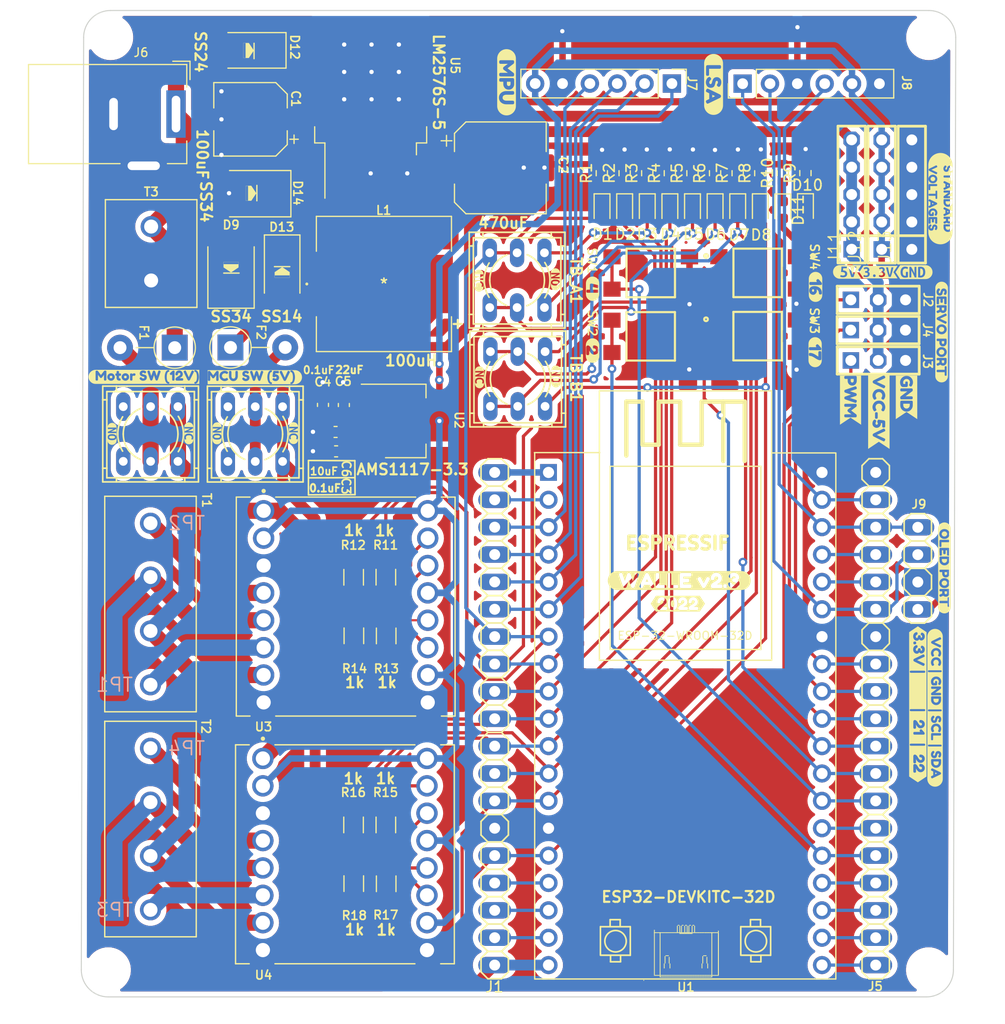
<source format=kicad_pcb>
(kicad_pcb (version 20211014) (generator pcbnew)
  (layers (0 "F.Cu" signal) (31 "B.Cu" signal) (34 "B.Paste" user) (35 "F.Paste" user) (36 "B.SilkS" user "B.Silkscreen") (37 "F.SilkS" user "F.Silkscreen") (38 "B.Mask" user) (39 "F.Mask" user) (44 "Edge.Cuts" user))
  (net 0 "")
  (net 2 "Net-(5V_SW1-Pad2)")
  (net 3 "/5V_P")
  (net 6 "Net-(12V_SW1-Pad2)")
  (net 7 "/12V_P")
  (net 9 "Net-(D1-Pad1)")
  (net 10 "/32")
  (net 11 "Net-(D2-Pad1)")
  (net 12 "/33")
  (net 13 "Net-(D3-Pad1)")
  (net 14 "/25")
  (net 15 "Net-(D4-Pad1)")
  (net 16 "/26")
  (net 17 "Net-(D5-Pad1)")
  (net 18 "/27")
  (net 19 "Net-(D6-Pad1)")
  (net 20 "/14")
  (net 21 "Net-(D7-Pad1)")
  (net 22 "/12")
  (net 23 "Net-(D8-Pad1)")
  (net 24 "/13")
  (net 25 "Net-(D9-Pad1)")
  (net 26 "/12V_U")
  (net 27 "Net-(D10-Pad1)")
  (net 28 "Net-(D11-Pad1)")
  (net 29 "/3V3")
  (net 30 "Net-(C1-Pad1)")
  (net 31 "Net-(D13-Pad1)")
  (net 32 "/5V")
  (net 33 "Net-(D14-Pad1)")
  (net 34 "GND")
  (net 35 "/EN")
  (net 36 "/36")
  (net 37 "/39")
  (net 38 "/34")
  (net 39 "/35")
  (net 40 "/SD2")
  (net 41 "/SD3")
  (net 42 "/CMD")
  (net 43 "/5")
  (net 44 "/19")
  (net 45 "/18")
  (net 46 "/CLK")
  (net 47 "/SD0")
  (net 48 "/SD1")
  (net 49 "/15")
  (net 50 "/2")
  (net 51 "/0")
  (net 52 "/4")
  (net 53 "/16")
  (net 54 "/17")
  (net 55 "/21")
  (net 56 "/RX")
  (net 57 "/TX")
  (net 58 "/22")
  (net 59 "/23")
  (net 60 "Net-(R11-Pad2)")
  (net 61 "Net-(R12-Pad2)")
  (net 62 "Net-(R13-Pad2)")
  (net 63 "Net-(R14-Pad2)")
  (net 64 "Net-(R15-Pad2)")
  (net 65 "Net-(R16-Pad2)")
  (net 66 "Net-(R17-Pad2)")
  (net 67 "Net-(R18-Pad2)")
  (net 68 "/OUT1A")
  (net 69 "/OUT2A")
  (net 70 "/OUT3A")
  (net 71 "/OUT4A")
  (net 72 "/OUT1B")
  (net 73 "/OUT2B")
  (net 74 "/OUT3B")
  (net 75 "/OUT4B")
  (net 76 "/ESP_3V3")
  (footprint "kibuzzard-61F6A04D" (layer "F.Cu") (at 117.27 61.56 -90)
    (fp_text reference "kibuzzard-61F6A04D" hide)
    (fp_text value "G***" hide)
  )
  (footprint "kibuzzard-61F6AC53" (layer "F.Cu") (at 109.28 36.66 -90)
    (fp_text reference "kibuzzard-61F6AC53" hide)
    (fp_text value "G***" hide)
  )
  (footprint "Resistor_SMD:R_0603_1608Metric" (layer "F.Cu") (at 130.75 45.1 90)
    (fp_text reference "R7")
    (fp_text value "330")
  )
  (footprint "kibuzzard-61F6A2E5" (layer "F.Cu") (at 141.23 66.16 -90)
    (fp_text reference "kibuzzard-61F6A2E5" hide)
    (fp_text value "G***" hide)
  )
  (footprint "terminal_block:12V_1x02_tht" (layer "F.Cu") (at 76.27 52.553723 90)
    (fp_text reference "T3")
    (fp_text value "Screw_Terminal_01x02")
  )
  (footprint "pin_header_connectors:1X19" (layer "F.Cu") (at 143.569418 95.728838 90)
    (fp_text reference "J5")
    (fp_text value "Conn_01x19_Male")
  )
  (footprint "kibuzzard-61F6943B" (layer "F.Cu") (at 75.6 64)
    (fp_text reference "kibuzzard-61F6943B" hide)
    (fp_text value "G***" hide)
  )
  (footprint "kibuzzard-61F6A5AC" (layer "F.Cu") (at 143.82 54.28)
    (fp_text reference "kibuzzard-61F6A5AC" hide)
    (fp_text value "G***" hide)
  )
  (footprint "Resistor_SMD:R_1206_3216Metric" (layer "F.Cu") (at 98.1 111.0425 90)
    (fp_text reference "R17")
    (fp_text value "1k")
  )
  (footprint "Resistor_SMD:R_0603_1608Metric" (layer "F.Cu") (at 118.13 45.1 90)
    (fp_text reference "R1")
    (fp_text value "330")
  )
  (footprint "pin_header_connectors:1X05" (layer "F.Cu") (at 141.332544 47.078 90)
    (fp_text reference "J11")
    (fp_text value "Conn_01x05_Male")
  )
  (footprint "Capacitor_SMD:C_0603_1608Metric" (layer "F.Cu") (at 94.17 66.611847 90)
    (fp_text reference "C5")
    (fp_text value "22uF")
  )
  (footprint "testpoint_pad:pad_1,27-2,54_smd" (layer "F.Cu") (at 79.56 77.579497)
    (fp_text reference "TP2")
    (fp_text value "TestPoint")
  )
  (footprint "kibuzzard-61F6AC33" (layer "F.Cu") (at 128.51 36.86 -90)
    (fp_text reference "kibuzzard-61F6AC33" hide)
    (fp_text value "G***" hide)
  )
  (footprint "Diode_SMD:D_SMA" (layer "F.Cu") (at 88.438853 54.23 -90)
    (fp_text reference "D13")
    (fp_text value "SS14")
  )
  (footprint "MountingHole:MountingHole_3.2mm_M3" (layer "F.Cu") (at 72.285182 119.040962)
    (fp_text reference "H2" hide)
    (fp_text value "MountingHole")
  )
  (footprint "kibuzzard-61F6A036" (layer "F.Cu") (at 117.27 55.82 -90)
    (fp_text reference "kibuzzard-61F6A036" hide)
    (fp_text value "G***" hide)
  )
  (footprint "terminal_block:motor_1x04_tht" (layer "F.Cu") (at 76.21 105.96375 -90)
    (fp_text reference "T2")
    (fp_text value "Screw_Terminal_01x04")
  )
  (footprint "LED_SMD:LED_0603_1608Metric" (layer "F.Cu") (at 120.25 48.5 -90)
    (fp_text reference "D2")
    (fp_text value "LED")
  )
  (footprint "kibuzzard-61F6AD1B" (layer "F.Cu") (at 125.32 82.9)
    (fp_text reference "kibuzzard-61F6AD1B" hide)
    (fp_text value "G***" hide)
  )
  (footprint "kibuzzard-61F683BD" (layer "F.Cu") (at 85.32 33.71)
    (fp_text reference "kibuzzard-61F683BD" hide)
    (fp_text value "G***" hide)
  )
  (footprint "Connector_PinHeader_2.54mm:PinHeader_1x06_P2.54mm_Vertical" (layer "F.Cu") (at 131.21 36.79 90)
    (fp_text reference "J8")
    (fp_text value "Conn_01x06_Male")
  )
  (footprint "testpoint_pad:pad_1,27-2,54_smd" (layer "F.Cu") (at 72.86 92.579497)
    (fp_text reference "TP1")
    (fp_text value "TestPoint")
  )
  (footprint "motor_driver:TB6612FNG_2" (layer "F.Cu") (at 94.34 85.317582)
    (fp_text reference "U3")
    (fp_text value "TB6612FNG")
  )
  (footprint "pin_header_connectors:1X05" (layer "F.Cu") (at 146.922544 47.086 90)
    (fp_text reference "J13")
    (fp_text value "Conn_01x05_Male")
  )
  (footprint "kibuzzard-61F6A310" (layer "F.Cu") (at 146.43 65.9 -90)
    (fp_text reference "kibuzzard-61F6A310" hide)
    (fp_text value "G***" hide)
  )
  (footprint "Diode_SMD:D_SMB" (layer "F.Cu") (at 83.69 54.08 90)
    (fp_text reference "D9")
    (fp_text value "SS34")
  )
  (footprint "LED_SMD:LED_0603_1608Metric" (layer "F.Cu") (at 124.45 48.5 -90)
    (fp_text reference "D4")
    (fp_text value "LED")
  )
  (footprint "Capacitor_SMD:CP_Elec_8x10" (layer "F.Cu") (at 108.7025 44.6)
    (fp_text reference "C2")
    (fp_text value "470uF")
  )
  (footprint "Diode_SMD:D_SMB" (layer "F.Cu") (at 85.7 47 180)
    (fp_text reference "D14")
    (fp_text value "SS34")
  )
  (footprint "kibuzzard-61F6A088" (layer "F.Cu") (at 137.94 61.71 -90)
    (fp_text reference "kibuzzard-61F6A088" hide)
    (fp_text value "G***" hide)
  )
  (footprint "Resistor_SMD:R_0603_1608Metric" (layer "F.Cu") (at 128.65 45.1 90)
    (fp_text reference "R6")
    (fp_text value "330")
  )
  (footprint "kibuzzard-61F6A06B" (layer "F.Cu") (at 137.98 55.65 -90)
    (fp_text reference "kibuzzard-61F6A06B" hide)
    (fp_text value "G***" hide)
  )
  (footprint "kibuzzard-61F6A6E8" (layer "F.Cu") (at 149.69 59.84 -90)
    (fp_text reference "kibuzzard-61F6A6E8" hide)
    (fp_text value "G***" hide)
  )
  (footprint "kibuzzard-61F6808A" (layer "F.Cu") (at 113.87 63.96 -90)
    (fp_text reference "kibuzzard-61F6808A" hide)
    (fp_text value "G***" hide)
  )
  (footprint "kibuzzard-61F6ABAB" (layer "F.Cu") (at 149.58 47.46 -90)
    (fp_text reference "kibuzzard-61F6ABAB" hide)
    (fp_text value "G***" hide)
  )
  (footprint "dpdt_tht:dpdt_sw_2x03_tht" (layer "F.Cu") (at 110.32 64.197386)
    (fp_text reference "TB_B1")
    (fp_text value "SW_Push_DPDT")
  )
  (footprint "tactile_smd:spst_tactile_sw_2x02_smd" (layer "F.Cu") (at 122.67 60.24 180)
    (fp_text reference "SW2")
    (fp_text value "SW_Push_Dual" hide)
  )
  (footprint "kibuzzard-61F6A70A" (layer "F.Cu") (at 147.13 54.28)
    (fp_text reference "kibuzzard-61F6A70A" hide)
    (fp_text value "G***" hide)
  )
  (footprint "Resistor_SMD:R_0603_1608Metric" (layer "F.Cu") (at 124.45 45.1 90)
    (fp_text reference "R4")
    (fp_text value "330")
  )
  (footprint "testpoint_pad:pad_1,27-2,54_smd" (layer "F.Cu") (at 79.56 98.479497)
    (fp_text reference "TP4")
    (fp_text value "TestPoint")
  )
  (footprint "kibuzzard-61F683BD" (layer "F.Cu") (at 85.55 46.96)
    (fp_text reference "kibuzzard-61F683BD" hide)
    (fp_text value "G***" hide)
  )
  (footprint "Diode_THT:D_DO-15_P5.08mm_Vertical_AnodeUp" (layer "F.Cu") (at 83.64 61.27)
    (fp_text reference "F2")
    (fp_text value "300mA")
  )
  (footprint "pin_header_connectors:1X03" (layer "F.Cu") (at 143.8 62.474)
    (fp_text reference "J3")
    (fp_text value "Conn_01x03_Male")
  )
  (footprint "Resistor_SMD:R_1206_3216Metric" (layer "F.Cu") (at 95.09 111.03 90)
    (fp_text reference "R18")
    (fp_text value "1k")
  )
  (footprint "LED_SMD:LED_0603_1608Metric" (layer "F.Cu") (at 128.65 48.5 -90)
    (fp_text reference "D6")
    (fp_text value "LED")
  )
  (footprint "LED_SMD:LED_0603_1608Metric" (layer "F.Cu") (at 118.15 48.5 -90)
    (fp_text reference "D1")
    (fp_text value "LED")
  )
  (footprint "kibuzzard-61F6A703" (layer "F.Cu") (at 140.92 54.26)
    (fp_text reference "kibuzzard-61F6A703" hide)
    (fp_text value "G***" hide)
  )
  (footprint "motor_driver:TB6612FNG_2" (layer "F.Cu") (at 94.27 108.305527)
    (fp_text reference "U4")
    (fp_text value "TB6612FNG")
  )
  (footprint "kibuzzard-61F683BD" (layer "F.Cu") (at 88.44 54.3 90)
    (fp_text reference "kibuzzard-61F683BD" hide)
    (fp_text value "G***" hide)
  )
  (footprint "dpdt_tht:dpdt_sw_2x03_tht" (layer "F.Cu") (at 76.22 69.302369)
    (fp_text reference "12V_SW1" hide)
    (fp_text value "SW_Push_DPDT")
  )
  (footprint "Resistor_SMD:R_0603_1608Metric" (layer "F.Cu") (at 120.25 45.1 90)
    (fp_text reference "R2")
    (fp_text value "330")
  )
  (footprint "kibuzzard-61F6A786" (layer "F.Cu") (at 149.95 81.73 -90)
    (fp_text reference "kibuzzard-61F6A786" hide)
    (fp_text value "G***" hide)
  )
  (footprint "dpdt_tht:dpdt_sw_2x03_tht" (layer "F.Cu") (at 85.94 69.31)
    (fp_text reference "5V_SW1" hide)
    (fp_text value "SW_Push_DPDT")
  )
  (footprint "LED_SMD:LED_0603_1608Metric" (layer "F.Cu") (at 130.75 48.5 -90)
    (fp_text reference "D7")
    (fp_text value "LED")
  )
  (footprint "kibuzzard-61F6AD42" (layer "F.Cu") (at 125.19 85.05)
    (fp_text reference "kibuzzard-61F6AD42" hide)
    (fp_text value "G***" hide)
  )
  (footprint "kibuzzard-61F67ED2" (layer "F.Cu") (at 106.77 64.04 -90)
    (fp_text reference "kibuzzard-61F67ED2" hide)
    (fp_text value "G***" hide)
  )
  (footprint "LED_SMD:LED_0603_1608Metric" (layer "F.Cu") (at 134.94 48.51 -90)
    (fp_text reference "D11")
    (fp_text value "LED")
  )
  (footprint "Diode_THT:D_DO-15_P5.08mm_Vertical_AnodeUp" (layer "F.Cu") (at 78.46 61.288798 180)
    (fp_text reference "F1")
    (fp_text value "3A")
  )
  (footprint "Resistor_SMD:R_0603_1608Metric" (layer "F.Cu") (at 122.35 45.1 90)
    (fp_text reference "R3")
    (fp_text value "330")
  )
  (footprint "kibuzzard-61F6808A" (layer "F.Cu") (at 72.64 69.29 -90)
    (fp_text reference "kibuzzard-61F6808A" hide)
    (fp_text value "G***" hide)
  )
  (footprint "pin_header_connectors:1X03" (layer "F.Cu") (at 143.8 56.85)
    (fp_text reference "J2")
    (fp_text value "Conn_01x03_Male")
  )
  (footprint "kibuzzard-61F6AA81" (layer "F.Cu") (at 147.48 94.39 -90)
    (fp_text reference "kibuzzard-61F6AA81" hide)
    (fp_text value "G***" hide)
  )
  (footprint "Resistor_SMD:R_0603_1608Metric" (layer "F.Cu") (at 132.85 45.1 90)
    (fp_text reference "R8")
    (fp_text value "330")
  )
  (footprint "MountingHole:MountingHole_3.2mm_M3" (layer "F.Cu") (at 72.5 32.5)
    (fp_text reference "H1" hide)
    (fp_text value "MountingHole")
  )
  (footprint "pin_header_connectors:1X04" (layer "F.Cu") (at 147.48 81.77 90)
    (fp_text reference "J9")
    (fp_text value "Conn_01x04_Female")
  )
  (footprint "tactile_smd:spst_tactile_sw_2x02_smd" (layer "F.Cu") (at 132.6035 54.35 180)
    (fp_text reference "SW4")
    (fp_text value "SW_Push_Dual" hide)
  )
  (footprint "LED_SMD:LED_0603_1608Metric" (layer "F.Cu") (at 122.35 48.5 -90)
    (fp_text reference "D3")
    (fp_text value "LED")
  )
  (footprint "kibuzzard-61F68D30" (layer "F.Cu") (at 85.9 64.03)
    (fp_text reference "kibuzzard-61F68D30" hide)
    (fp_text value "G***" hide)
  )
  (footprint "kibuzzard-61F6A2FC" (layer "F.Cu") (at 143.86 67.26 -90)
    (fp_text reference "kibuzzard-61F6A2FC" hide)
    (fp_text value "G***" hide)
  )
  (footprint "kibuzzard-61F6808A" (layer "F.Cu") (at 82.39 69.24 -90)
    (fp_text reference "kibuzzard-61F6808A" hide)
    (fp_text value "G***" hide)
  )
  (footprint "Resistor_SMD:R_0603_1608Metric" (layer "F.Cu") (at 134.94 45.09 90)
    (fp_text reference "R10")
    (fp_text value "330")
  )
  (footprint "Resistor_SMD:R_1206_3216Metric" (layer "F.Cu") (at 95.1 88.03 90)
    (fp_text reference "R14")
    (fp_text value "1k")
  )
  (footprint "LED_SMD:LED_0603_1608Metric" (layer "F.Cu") (at 132.85 48.5 -90)
    (fp_text reference "D8")
    (fp_text value "LED")
  )
  (footprint "kibuzzard-61F6A95E" (layer "F.Cu") (at 149.08 94.71 -90)
    (fp_text reference "kibuzzard-61F6A95E" hide)
    (fp_text value "G***" hide)
  )
  (footprint "Connector_PinHeader_2.54mm:PinHeader_1x06_P2.54mm_Vertical" (layer "F.Cu") (at 124.640158 36.78 -90)
    (fp_text reference "J7")
    (fp_text value "Conn_01x06_Male")
  )
  (footprint "tactile_smd:spst_tactile_sw_2x02_smd" (layer "F.Cu") (at 122.67449 54.36 180)
    (fp_text reference "SW1")
    (fp_text value "SW_Push_Dual" hide)
  )
  (footprint "Resistor_SMD:R_1206_3216Metric" (layer "F.Cu") (at 95.08 82.6 -90)
    (fp_text reference "R12")
    (fp_text value "1k")
  )
  (footprint "Capacitor_SMD:C_0603_1608Metric" (layer "F.Cu") (at 92.23 66.601847 90)
    (fp_text reference "C4")
    (fp_text value "0.1uF")
  )
  (footprint "Connector_BarrelJack:BarrelJack_Wuerth_6941xx301002" (layer "F.Cu") (at 78.58 39.61 -90)
    (fp_text reference "J6")
    (fp_text value "DCJ200-10-A-XX-X_REVA")
  )
  (footprint "Resistor_SMD:R_0603_1608Metric" (layer "F.Cu") (at 137.04 45.09 90)
    (fp_text reference "R9")
    (fp_text value "470")
  )
  (footprint "terminal_block:motor_1x04_tht" (layer "F.Cu") (at 76.21 85.079497 -90)
    (fp_text reference "T1")
    (fp_text value "Screw_Terminal_01x04")
  )
  (footprint "kibuzzard-61F67ED2" (layer "F.Cu") (at 79.77 69.24 -90)
    (fp_text reference "kibuzzard-61F67ED2" hide)
    (fp_text value "G***" hide)
  )
  (footprint "kibuzzard-61F67ED2" (layer "F.Cu") (at 89.5 69.22 -90)
    (fp_text reference "kibuzzard-61F67ED2" hide)
    (fp_text value "G***" hide)
  )
  (footprint "testpoint_pad:pad_1,27-2,54_smd" (layer "F.Cu") (at 72.86 113.479497)
    (fp_text reference "TP3")
    (fp_text value "TestPoint")
  )
  (footprint "Capacitor_SMD:CP_Elec_6.3x7.7" (layer "F.Cu") (at 85.5 40.1 180)
    (fp_text reference "C1")
    (fp_text value "100uF")
  )
  (footprint "kibuzzard-61F6808A" (layer "F.Cu") (at 113.82 54.94 -90)
    (fp_text reference "kibuzzard-61F6808A" hide)
    (fp_text value "G***" hide)
  )
  (footprint "MCU_ESP32:ESP32-DEVKITCv4-32D" (layer "F.Cu") (at 125.879418 92.628838)
    (fp_text reference "U1")
    (fp_text value "ESP32-DEVKITC-32D")
  )
  (footprint "Resistor_SMD:R_1206_3216Metric" (layer "F.Cu") (at 98.07 82.59 -90)
    (fp_text reference "R11")
    (fp_text value "1k")
  )
  (footprint "Diode_SMD:D_SMA" (layer "F.Cu") (at 85.4 33.7 180)
    (fp_text reference "D12")
    (fp_text value "SS24")
  )
  (footprint "tactile_smd:spst_tactile_sw_2x02_smd" (layer "F.Cu") (at 132.6 60.22 180)
    (fp_text reference "SW3")
    (fp_text value "SW_Push_Dual" hide)
  )
  (footprint "Resistor_SMD:R_1206_3216Metric" (layer "F.Cu") (at 95.07 105.58 -90)
    (fp_text reference "R16")
    (fp_text value "1k")
  )
  (footprint "dpdt_tht:dpdt_sw_2x03_tht" (layer "F.Cu") (at 110.26 55.027102)
    (fp_text reference "TB_A1")
    (fp_text value "SW_Push_DPDT")
  )
  (footprint "LED_SMD:LED_0603_1608Metric" (layer "F.Cu") (at 126.55 48.5 -90)
    (fp_text reference "D5")
    (fp_text value "LED")
  )
  (footprint "MountingHole:MountingHole_3.2mm_M3" (layer "F.Cu") (at 148.485182 119.040962)
    (fp_text reference "H3" hide)
    (fp_text value "MountingHole")
  )
  (footprint "inductor:CDRH127_inductor_smd" (layer "F.Cu") (at 97.890735 55.38)
    (fp_text reference "L1")
    (fp_text value "100uH")
  )
  (footprint "Capacitor_SMD:C_0603_1608Metric" (layer "F.Cu") (at 93.4 69.111847 180)
    (fp_text reference "C6")
    (fp_text value "10uF")
  )
  (footprint "Capacitor_SMD:C_0603_1608Metric" (layer "F.Cu") (at 93.45 70.911847 180)
    (fp_text reference "C3")
    (fp_text value "0.1uF")
  )
  (footprint "Package_TO_SOT_SMD:SOT-223-3_TabPin2" (layer "F.Cu") (at 99.89 68.091847)
    (fp_text reference "U2")
    (fp_text value "AMS1117-3.3")
  )
  (footprint "Resistor_SMD:R_1206_3216Metric" (layer "F.Cu") (at 98.1 88.04 90)
    (fp_text reference "R13")
    (fp_text value "1k")
  )
  (footprint "Package_TO_SOT_SMD:TO-263-5_TabPin3" (layer "F.Cu") (at 96.66 39.34 90)
    (fp_text reference "U5")
    (fp_text value "LM2576S-5")
  )
  (footprint "pin_header_connectors:1X05" (layer "F.Cu") (at 144.122544 47.086 90)
    (fp_text reference "J12")
    (fp_text value "Conn_01x05_Male")
  )
  (footprint "Resistor_SMD:R_0603_1608Metric" (layer "F.Cu") (at 126.55 45.1 90)
    (fp_text reference "R5")
    (fp_text value "330")
  )
  (footprint "LED_SMD:LED_0603_1608Metric" (layer "F.Cu") (at 137.04 48.49 -90)
    (fp_text reference "D10")
    (fp_text value "LED")
  )
  (footprint "Resistor_SMD:R_1206_3216Metric" (layer "F.Cu") (at 98.07 105.58 -90)
    (fp_text reference "R15")
    (fp_text value "1k")
  )
  (footprint "kibuzzard-61F67ED2" (layer "F.Cu") (at 106.72 55.07 -90)
    (fp_text reference "kibuzzard-61F67ED2" hide)
    (fp_text value "G***" hide)
  )
  (footprint "kibuzzard-61F683BD" (layer "F.Cu") (at 83.69 53.82 -90)
    (fp_text reference "kibuzzard-61F683BD" hide)
    (fp_text value "G***" hide)
  )
  (footprint "MountingHole:MountingHole_3.2mm_M3" (layer "F.Cu") (at 148.5 32.5)
    (fp_text reference "H4" hide)
    (fp_text value "MountingHole")
  )
  (footprint "pin_header_connectors:1X19" (layer "F.Cu") (at 108.179418 95.728838 -90)
    (fp_text reference "J1")
    (fp_text value "Conn_01x19_Male")
  )
  (footprint "pin_header_connectors:1X03" (layer "F.Cu") (at 143.79 59.66)
    (fp_text reference "J4")
    (fp_text value "Conn_01x03_Male")
  )
  (gr_line (start 95.21 74.93) (end 95.19 71.78) (layer "F.SilkS") (width 0.15))
  (gr_line (start 95.19 71.78) (end 90.88 71.76) (layer "F.SilkS") (width 0.15))
  (gr_line (start 90.88 74.75) (end 90.88 74.95) (layer "F.SilkS") (width 0.15))
  (gr_line (start 90.88 71.76) (end 90.88 74.75) (layer "F.SilkS") (width 0.15))
  (gr_line (start 90.89 73.37) (end 95.2 73.355) (layer "F.SilkS") (width 0.15))
  (gr_line (start 90.88 74.95) (end 95.21 74.93) (layer "F.SilkS") (width 0.15))
  (gr_arc (start 150.785182 119.040962) (mid 150.052949 120.808729) (end 148.285182 121.540962) (layer "Edge.Cuts") (width 0.1))
  (gr_line (start 151 32.5) (end 150.785182 119.040962) (layer "Edge.Cuts") (width 0.1))
  (gr_line (start 148.5 30) (end 72.5 30) (layer "Edge.Cuts") (width 0.1))
  (gr_arc (start 70 32.5) (mid 70.732233 30.732233) (end 72.5 30) (layer "Edge.Cuts") (width 0.1))
  (gr_arc (start 148.5 30) (mid 150.267767 30.732233) (end 151 32.5) (layer "Edge.Cuts") (width 0.1))
  (gr_line (start 70 32.5) (end 69.785182 119.040962) (layer "Edge.Cuts") (width 0.1))
  (gr_arc (start 72.285182 121.540962) (mid 70.517415 120.808729) (end 69.785182 119.040962) (layer "Edge.Cuts") (width 0.1))
  (gr_line (start 72.285182 121.540962) (end 148.285182 121.540962) (layer "Edge.Cuts") (width 0.1))
  (gr_text "|" (at 88.36 53.77 90) (layer "F.SilkS") (effects (font (size 1 0.5) (thickness 0.125)) (justify mirror)))
  (gr_text "|" (at 85.83 33.68) (layer "F.SilkS") (effects (font (size 1 0.5) (thickness 0.125)) (justify mirror)))
  (gr_text "+" (at 104.75 59.02) (layer "F.SilkS") (effects (font (size 1 1) (thickness 0.2))))
  (gr_text "|" (at 83.65 54.37 90) (layer "F.SilkS") (effects (font (size 1 0.5) (thickness 0.125)) (justify mirror)))
  (gr_text "|" (at 86.09 46.87) (layer "F.SilkS") (effects (font (size 1 0.5) (thickness 0.125)) (justify mirror)))
  (segment (start 85.94 64.05) (end 88.72 61.27) (width 1) (layer "F.Cu") (net 2))
  (segment (start 85.94 66.77) (end 85.94 71.85) (width 1) (layer "F.Cu") (net 2))
  (segment (start 85.94 66.77) (end 85.94 64.05) (width 1) (layer "F.Cu") (net 2))
  (segment (start 103.74 61.27) (end 92.38 61.27) (width 1) (layer "F.Cu") (net 3))
  (segment (start 95.8 72.9) (end 96.74 71.96) (width 1) (layer "F.Cu") (net 3))
  (segment (start 94.745 70.391847) (end 94.225 70.911847) (width 1) (layer "F.Cu") (net 3))
  (segment (start 108.7 42.92) (end 108.7 46.96) (width 1) (layer "F.Cu") (net 3))
  (segment (start 106.628256 120.14) (end 108.179418 118.588838) (width 1) (layer "F.Cu") (net 3))
  (segment (start 139.05 48.47) (end 139.05 42.95) (width 1) (layer "F.Cu") (net 3))
  (segment (start 96.74 71.96) (end 96.74 70.391847) (width 1) (layer "F.Cu") (net 3))
  (segment (start 89.53 72.9) (end 95.8 72.9) (width 1) (layer "F.Cu") (net 3))
  (segment (start 110.38 41.24) (end 108.7 42.92) (width 1) (layer "F.Cu") (net 3))
  (segment (start 108.7 46.96) (end 105.83 49.83) (width 1) (layer "F.Cu") (net 3))
  (segment (start 88.48 71.85) (end 89.53 72.9) (width 1) (layer "F.Cu") (net 3))
  (segment (start 88.48 65.17) (end 88.48 66.77) (width 1) (layer "F.Cu") (net 3))
  (segment (start 91.5 77.2) (end 91.5 113.1) (width 1) (layer "F.Cu") (net 3))
  (segment (start 139.05 42.95) (end 137.34 41.24) (width 1) (layer "F.Cu") (net 3))
  (segment (start 94.175 69.111847) (end 95.455 70.391847) (width 1) (layer "F.Cu") (net 3))
  (segment (start 105.83 59.18) (end 103.74 61.27) (width 1) (layer "F.Cu") (net 3))
  (segment (start 88.48 74.18) (end 91.5 77.2) (width 1) (layer "F.Cu") (net 3))
  (segment (start 137.34 41.24) (end 110.38 41.24) (width 1) (layer "F.Cu") (net 3))
  (segment (start 88.48 66.77) (end 88.48 65.66) (width 1) (layer "F.Cu") (net 3))
  (segment (start 105.83 49.83) (end 105.83 59.18) (width 1) (layer "F.Cu") (net 3))
  (segment (start 91.5 113.1) (end 98.54 120.14) (width 1) (layer "F.Cu") (net 3))
  (segment (start 98.54 120.14) (end 106.628256 120.14) (width 1) (layer "F.Cu") (net 3))
  (segment (start 95.455 70.391847) (end 96.74 70.391847) (width 1) (layer "F.Cu") (net 3))
  (segment (start 92.38 61.27) (end 88.48 65.17) (width 1) (layer "F.Cu") (net 3))
  (segment (start 88.48 71.85) (end 88.48 66.77) (width 1) (layer "F.Cu") (net 3))
  (segment (start 96.74 70.391847) (end 94.745 70.391847) (width 1) (layer "F.Cu") (net 3))
  (segment (start 88.48 71.85) (end 88.48 74.18) (width 1) (layer "F.Cu") (net 3))
  (segment (start 138.2425 49.2775) (end 139.05 48.47) (width 1) (layer "F.Cu") (net 3))
  (segment (start 137.04 49.2775) (end 138.2425 49.2775) (width 1) (layer "F.Cu") (net 3))
  (segment (start 108.179418 118.588838) (end 113.179418 118.588838) (width 1) (layer "B.Cu") (net 3))
  (segment (start 73.38 61.288798) (end 76.22 64.128798) (width 1.5) (layer "F.Cu") (net 6))
  (segment (start 76.22 66.762369) (end 76.22 71.842369) (width 1.5) (layer "F.Cu") (net 6))
  (segment (start 76.22 64.128798) (end 76.22 66.762369) (width 1.5) (layer "F.Cu") (net 6))
  (segment (start 89.8 78.107511) (end 89.8 96.265527) (width 1.5) (layer "F.Cu") (net 7))
  (segment (start 78.76 71.842369) (end 78.76 71.96) (width 1.5) (layer "F.Cu") (net 7))
  (segment (start 86.72 76.427582) (end 88.120071 76.427582) (width 1.5) (layer "F.Cu") (net 7))
  (segment (start 88.120071 76.427582) (end 89.8 78.107511) (width 1.5) (layer "F.Cu") (net 7))
  (segment (start 83.227582 76.427582) (end 86.72 76.427582) (width 1.5) (layer "F.Cu") (net 7))
  (segment (start 78.76 71.96) (end 83.227582 76.427582) (width 1.5) (layer "F.Cu") (net 7))
  (segment (start 78.76 66.762369) (end 78.76 71.842369) (width 1.5) (layer "F.Cu") (net 7))
  (segment (start 89.8 96.265527) (end 86.65 99.415527) (width 1.5) (layer "F.Cu") (net 7))
  (segment (start 118.13 45.925) (end 118.13 47.6925) (width 0.3) (layer "F.Cu") (net 9))
  (segment (start 118.13 47.6925) (end 118.15 47.7125) (width 0.3) (layer "F.Cu") (net 9))
  (segment (start 110.26 52.487102) (end 110.26 51.24) (width 0.3) (layer "F.Cu") (net 10))
  (segment (start 110.26 51.24) (end 112.2125 49.2875) (width 0.3) (layer "F.Cu") (net 10))
  (segment (start 104.74 76.45) (end 103.03 74.74) (width 0.3) (layer "F.Cu") (net 10))
  (segment (start 98.07 76.66) (end 98.07 81.1275) (width 0.3) (layer "F.Cu") (net 10))
  (segment (start 104.74 89.543346) (end 104.74 76.45) (width 0.3) (layer "F.Cu") (net 10))
  (segment (start 113.179418 88.108838) (end 109.218256 92.07) (width 0.3) (layer "F.Cu") (net 10))
  (segment (start 107.266654 92.07) (end 104.74 89.543346) (width 0.3) (layer "F.Cu") (net 10))
  (segment (start 112.2125 49.2875) (end 118.15 49.2875) (width 0.3) (layer "F.Cu") (net 10))
  (segment (start 107.72 52.487102) (end 110.26 52.487102) (width 0.3) (layer "F.Cu") (net 10))
  (segment (start 99.99 74.74) (end 98.07 76.66) (width 0.3) (layer "F.Cu") (net 10))
  (segment (start 109.218256 92.07) (end 107.266654 92.07) (width 0.3) (layer "F.Cu") (net 10))
  (segment (start 103.03 74.74) (end 99.99 74.74) (width 0.3) (layer "F.Cu") (net 10))
  (segment (start 108.179418 88.108838) (end 105.5 85.42942) (width 0.3) (layer "B.Cu") (net 10))
  (segment (start 108.179418 88.108838) (end 113.179418 88.108838) (width 0.3) (layer "B.Cu") (net 10))
  (segment (start 105.5 85.42942) (end 105.5 54.707102) (width 0.3) (layer "B.Cu") (net 10))
  (segment (start 105.5 54.707102) (end 107.72 52.487102) (width 0.3) (layer "B.Cu") (net 10))
  (segment (start 120.25 45.925) (end 120.25 47.7125) (width 0.3) (layer "F.Cu") (net 11))
  (segment (start 120.25 49.97) (end 123.05 52.77) (width 0.3) (layer "F.Cu") (net 12))
  (segment (start 110.85 88.97) (end 110.85 69.51) (width 0.3) (layer "F.Cu") (net 12))
  (segment (start 118.009512 57.060489) (end 122.610489 57.060489) (width 0.3) (layer "F.Cu") (net 12))
  (segment (start 115.560001 59.51) (end 118.009512 57.060489) (width 0.3) (layer "F.Cu") (net 12))
  (segment (start 105.59 88.82142) (end 107.417418 90.648838) (width 0.3) (layer "F.Cu") (net 12))
  (segment (start 123.119501 80.708755) (end 113.179418 90.648838) (width 0.3) (layer "F.Cu") (net 12))
  (segment (start 107.417418 90.648838) (end 108.179418 90.648838) (width 0.3) (layer "F.Cu") (net 12))
  (segment (start 108.179418 90.648838) (end 109.171162 90.648838) (width 0.3) (layer "F.Cu") (net 12))
  (segment (start 123.05 52.77) (end 123.05 56.69) (width 0.3) (layer "F.Cu") (net 12))
  (segment (start 111.6 59.55) (end 111.56 59.51) (width 0.3) (layer "F.Cu") (net 12))
  (segment (start 122.73 57.18) (end 123.119501 57.569501) (width 0.3) (layer "F.Cu") (net 12))
  (segment (start 122.610489 57.060489) (end 122.73 57.18) (width 0.3) (layer "F.Cu") (net 12))
  (segment (start 123.119501 57.569501) (end 123.119501 80.708755) (width 0.3) (layer "F.Cu") (net 12))
  (segment (start 95.08 78.943585) (end 99.783096 74.240489) (width 0.3) (layer "F.Cu") (net 12))
  (segment (start 111.16 59.51) (end 111.56 59.51) (width 0.3) (layer "F.Cu") (net 12))
  (segment (start 103.250489 74.240489) (end 105.59 76.58) (width 0.3) (layer "F.Cu") (net 12))
  (segment (start 110.85 69.51) (end 111.6 68.76) (width 0.3) (layer "F.Cu") (net 12))
  (segment (start 105.59 76.58) (end 105.59 88.82142) (width 0.3) (layer "F.Cu") (net 12))
  (segment (start 95.08 81.1375) (end 95.08 78.943585) (width 0.3) (layer "F.Cu") (net 12))
  (segment (start 111.56 59.51) (end 115.560001 59.51) (width 0.3) (layer "F.Cu") (net 12))
  (segment (start 122.73 57.01) (end 122.73 57.18) (width 0.3) (layer "F.Cu") (net 12))
  (segment (start 110.26 58.61) (end 111.16 59.51) (width 0.3) (layer "F.Cu") (net 12))
  (segment (start 109.171162 90.648838) (end 110.85 88.97) (width 0.3) (layer "F.Cu") (net 12))
  (segment (start 120.25 49.2875) (end 120.25 49.97) (width 0.3) (layer "F.Cu") (net 12))
  (segment (start 107.72 57.567102) (end 110.26 57.567102) (width 0.3) (layer "F.Cu") (net 12))
  (segment (start 110.26 57.567102) (end 110.26 58.61) (width 0.3) (layer "F.Cu") (net 12))
  (segment (start 123.05 56.69) (end 122.73 57.01) (width 0.3) (layer "F.Cu") (net 12))
  (segment (start 99.783096 74.240489) (end 103.250489 74.240489) (width 0.3) (layer "F.Cu") (net 12))
  (segment (start 108.179418 90.648838) (end 113.179418 90.648838) (width 0.3) (layer "B.Cu") (net 12))
  (segment (start 122.35 45.925) (end 122.35 47.7125) (width 0.3) (layer "F.Cu") (net 13))
  (segment (start 113.179418 93.188838) (end 123.619012 82.749244) (width 0.3) (layer "F.Cu") (net 14))
  (segment (start 123.619012 51.939012) (end 122.32 50.64) (width 0.3) (layer "F.Cu") (net 14))
  (segment (start 98.1 89.5025) (end 98.1 93.07) (width 0.3) (layer "F.Cu") (net 14))
  (segment (start 112.8 52.487102) (end 115.442898 52.487102) (width 0.3) (layer "F.Cu") (net 14))
  (segment (start 98.1 93.07) (end 100.78 95.75) (width 0.3) (layer "F.Cu") (net 14))
  (segment (start 123.619012 82.749244) (end 123.619012 51.939012) (width 0.3) (layer "F.Cu") (net 14))
  (segment (start 115.442898 52.487102) (end 117.32 50.61) (width 0.3) (layer "F.Cu") (net 14))
  (segment (start 122.35 50.61) (end 122.32 50.64) (width 0.3) (layer "F.Cu") (net 14))
  (segment (start 100.78 95.75) (end 105.618256 95.75) (width 0.3) (layer "F.Cu") (net 14))
  (segment (start 105.618256 95.75) (end 108.179418 93.188838) (width 0.3) (layer "F.Cu") (net 14))
  (segment (start 122.35 49.2875) (end 122.35 50.61) (width 0.3) (layer "F.Cu") (net 14))
  (via (at 117.32 50.61) (size 0.8) (drill 0.4) (layers "F.Cu" "B.Cu") (net 14))
  (via (at 122.32 50.64) (size 0.8) (drill 0.4) (layers "F.Cu" "B.Cu") (net 14))
  (segment (start 117.35 50.64) (end 117.32 50.61) (width 0.3) (layer "B.Cu") (net 14))
  (segment (start 122.32 50.64) (end 117.35 50.64) (width 0.3) (layer "B.Cu") (net 14))
  (segment (start 108.179418 93.188838) (end 113.179418 93.188838) (width 0.3) (layer "B.Cu") (net 14))
  (segment (start 124.45 45.925) (end 124.45 47.7125) (width 0.3) (layer "F.Cu") (net 15))
  (segment (start 124.118523 84.789733) (end 124.118523 50.971477) (width 0.3) (layer "F.Cu") (net 16))
  (segment (start 124.45 49.2875) (end 124.45 50.64) (width 0.3) (layer "F.Cu") (net 16))
  (segment (start 107.658745 96.249511) (end 108.179418 95.728838) (width 0.3) (layer "F.Cu") (net 16))
  (segment (start 124.45 50.64) (end 124.44 50.65) (width 0.3) (layer "F.Cu") (net 16))
  (segment (start 112.8 57.567102) (end 117.277102 53.09) (width 0.3) (layer "F.Cu") (net 16))
  (segment (start 113.179418 95.728838) (end 124.118523 84.789733) (width 0.3) (layer "F.Cu") (net 16))
  (segment (start 107.478256 96.43) (end 108.179418 95.728838) (width 0.2) (layer "F.Cu") (net 16))
  (segment (start 117.277102 53.09) (end 117.32 53.09) (width 0.3) (layer "F.Cu") (net 16))
  (segment (start 95.1 89.4925) (end 95.1 90.776415) (width 0.3) (layer "F.Cu") (net 16))
  (segment (start 124.118523 50.971477) (end 124.44 50.65) (width 0.3) (layer "F.Cu") (net 16))
  (segment (start 100.573096 96.249511) (end 107.658745 96.249511) (width 0.3) (layer "F.Cu") (net 16))
  (segment (start 95.1 90.776415) (end 100.573096 96.249511) (width 0.3) (layer "F.Cu") (net 16))
  (via (at 124.44 50.65) (size 0.8) (drill 0.4) (layers "F.Cu" "B.Cu") (net 16))
  (via (at 117.32 53.09) (size 0.8) (drill 0.4) (layers "F.Cu" "B.Cu") (net 16))
  (segment (start 123.68 51.41) (end 119 51.41) (width 0.3) (layer "B.Cu") (net 16))
  (segment (start 108.179418 95.728838) (end 113.179418 95.728838) (width 0.3) (layer "B.Cu") (net 16))
  (segment (start 124.44 50.65) (end 123.68 51.41) (width 0.3) (layer "B.Cu") (net 16))
  (segment (start 119 51.41) (end 117.32 53.09) (width 0.3) (layer "B.Cu") (net 16))
  (segment (start 126.55 45.925) (end 126.55 47.7125) (width 0.3) (layer "F.Cu") (net 17))
  (segment (start 110.32 61.657386) (end 110.32 61.957386) (width 0.3) (layer "F.Cu") (net 18))
  (segment (start 126.55 49.2875) (end 126.55 50.67) (width 0.3) (layer "F.Cu") (net 18))
  (segment (start 116.720772 63.73) (end 117.204191 63.246581) (width 0.3) (layer "F.Cu") (net 18))
  (segment (start 98.07 104.1175) (end 98.07 100.126416) (width 0.3) (layer "F.Cu") (net 18))
  (segment (start 107.44058 97.53) (end 108.179418 98.268838) (width 0.3) (layer "F.Cu") (net 18))
  (segment (start 124.618029 51.731971) (end 125.68 50.67) (width 0.3) (layer "F.Cu") (net 18))
  (segment (start 112.092614 63.73) (end 116.720772 63.73) (width 0.3) (layer "F.Cu") (net 18))
  (segment (start 107.78 61.657386) (end 110.32 61.657386) (width 0.3) (layer "F.Cu") (net 18))
  (segment (start 125.68 50.67) (end 126.55 50.67) (width 0.3) (layer "F.Cu") (net 18))
  (segment (start 100.666416 97.53) (end 107.44058 97.53) (width 0.3) (layer "F.Cu") (net 18))
  (segment (start 110.32 61.957386) (end 112.092614 63.73) (width 0.3) (layer "F.Cu") (net 18))
  (segment (start 98.07 100.126416) (end 100.666416 97.53) (width 0.3) (layer "F.Cu") (net 18))
  (segment (start 113.179418 98.268838) (end 124.618029 86.830227) (width 0.3) (layer "F.Cu") (net 18))
  (segment (start 124.618029 86.830227) (end 124.618029 51.731971) (width 0.3) (layer "F.Cu") (net 18))
  (via (at 126.55 50.67) (size 0.8) (drill 0.4) (layers "F.Cu" "B.Cu") (net 18))
  (via (at 117.204191 63.246581) (size 0.8) (drill 0.4) (layers "F.Cu" "B.Cu") (net 18))
  (segment (start 117.204191 54.375809) (end 117.204191 63.246581) (width 0.3) (layer "B.Cu") (net 18))
  (segment (start 119.62 51.96) (end 117.204191 54.375809) (width 0.3) (layer "B.Cu") (net 18))
  (segment (start 125.69 50.67) (end 124.4 51.96) (width 0.3) (layer "B.Cu") (net 18))
  (segment (start 108.179418 98.268838) (end 113.179418 98.268838) (width 0.3) (layer "B.Cu") (net 18))
  (segment (start 124.4 51.96) (end 119.62 51.96) (width 0.3) (layer "B.Cu") (net 18))
  (segment (start 126.55 50.67) (end 125.69 50.67) (width 0.3) (layer "B.Cu") (net 18))
  (segment (start 128.65 45.925) (end 128.65 47.7125) (width 0.3) (layer "F.Cu") (net 19))
  (segment (start 113.179418 100.808838) (end 113.179418 100.409418) (width 0.3) (layer "F.Cu") (net 20))
  (segment (start 128.65 49.2875) (end 128.8375 49.2875) (width 0.3) (layer "F.Cu") (net 20))
  (segment (start 109.800489 97.030489) (end 100.459511 97.030489) (width 0.3) (layer "F.Cu") (net 20))
  (segment (start 131.979511 64.323098) (end 131.979511 80.769556) (width 0.3) (layer "F.Cu") (net 20))
  (segment (start 110.32 66.437386) (end 112.426886 64.3305) (width 0.3) (layer "F.Cu") (net 20))
  (segment (start 131.979511 80.769556) (end 131.980988 80.771033) (width 0.3) (layer "F.Cu") (net 20))
  (segment (start 95.07 102.42) (end 95.07 104.1175) (width 0.3) (layer "F.Cu") (net 20))
  (segment (start 131.980988 82.007268) (end 113.179418 100.808838) (width 0.3) (layer "F.Cu") (net 20))
  (segment (start 128.64 50.65) (end 129.26 50.65) (width 0.3) (layer "F.Cu") (net 20))
  (segment (start 128.65 50.64) (end 128.64 50.65) (width 0.3) (layer "F.Cu") (net 20))
  (segment (start 113.179418 100.409418) (end 109.800489 97.030489) (width 0.3) (layer "F.Cu") (net 20))
  (segment (start 100.459511 97.030489) (end 95.07 102.42) (width 0.3) (layer "F.Cu") (net 20))
  (segment (start 128.65 49.2875) (end 128.65 50.64) (width 0.3) (layer "F.Cu") (net 20))
  (segment (start 107.78 66.737386) (end 110.32 66.737386) (width 0.3) (layer "F.Cu") (net 20))
  (segment (start 131.980988 53.370988) (end 131.980988 64.321621) (width 0.3) (layer "F.Cu") (net 20))
  (segment (start 131.980988 80.771033) (end 131.980988 82.007268) (width 0.3) (layer "F.Cu") (net 20))
  (segment (start 110.32 66.737386) (end 110.32 66.437386) (width 0.3) (layer "F.Cu") (net 20))
  (segment (start 131.980988 64.321621) (end 131.979511 64.323098) (width 0.3) (layer "F.Cu") (net 20))
  (segment (start 112.426886 64.3305) (end 117.28 64.3305) (width 0.3) (layer "F.Cu") (net 20))
  (segment (start 117.28 64.3305) (end 117.38 64.2305) (width 0.3) (layer "F.Cu") (net 20))
  (segment (start 129.26 50.65) (end 131.980988 53.370988) (width 0.3) (layer "F.Cu") (net 20))
  (via (at 117.38 64.2305) (size 0.8) (drill 0.4) (layers "F.Cu" "B.Cu") (net 20))
  (via (at 128.64 50.65) (size 0.8) (drill 0.4) (layers "F.Cu" "B.Cu") (net 20))
  (segment (start 117.97 54.59) (end 117.97 63.6405) (width 0.3) (layer "B.Cu") (net 20))
  (segment (start 120.05 52.51) (end 117.97 54.59) (width 0.3) (layer "B.Cu") (net 20))
  (segment (start 126.78 52.51) (end 120.05 52.51) (width 0.3) (layer "B.Cu") (net 20))
  (segment (start 117.97 63.6405) (end 117.38 64.2305) (width 0.3) (layer "B.Cu") (net 20))
  (segment (start 128.64 50.65) (end 126.78 52.51) (width 0.3) (layer "B.Cu") (net 20))
  (segment (start 108.179418 100.808838) (end 113.179418 100.808838) (width 0.3) (layer "B.Cu") (net 20))
  (segment (start 130.75 45.925) (end 130.75 47.7125) (width 0.3) (layer "F.Cu") (net 21))
  (segment (start 98.1 112.505) (end 98.1 117.559999) (width 0.3) (layer "F.Cu") (net 22))
  (segment (start 105.150489 116.739511) (end 105.150489 106.377767) (width 0.3) (layer "F.Cu") (net 22))
  (segment (start 132.480499 52.270499) (end 132.480499 84.047757) (width 0.3) (layer "F.Cu") (net 22))
  (segment (start 105.150489 106.377767) (end 108.179418 103.348838) (width 0.3) (layer "F.Cu") (net 22))
  (segment (start 130.75 50.54) (end 132.480499 52.270499) (width 0.3) (layer "F.Cu") (net 22))
  (segment (start 132.480499 84.047757) (end 113.179418 103.348838) (width 0.3) (layer "F.Cu") (net 22))
  (segment (start 120.48007 57.56) (end 120.84957 57.9295) (width 0.3) (layer "F.Cu") (net 22))
  (segment (start 130.75 49.2875) (end 130.75 50.54) (width 0.3) (layer "F.Cu") (net 22))
  (segment (start 98.1 117.559999) (end 99.330978 118.790978) (width 0.3) (layer "F.Cu") (net 22))
  (segment (start 114.11903 61.657386) (end 118.216416 57.56) (width 0.3) (layer "F.Cu") (net 22))
  (segment (start 103.099022 118.790978) (end 105.150489 116.739511) (width 0.3) (layer "F.Cu") (net 22))
  (segment (start 99.330978 118.790978) (end 103.099022 118.790978) (width 0.3) (layer "F.Cu") (net 22))
  (segment (start 112.86 61.657386) (end 114.11903 61.657386) (width 0.3) (layer "F.Cu") (net 22))
  (segment (start 118.216416 57.56) (end 120.48007 57.56) (width 0.3) (layer "F.Cu") (net 22))
  (via (at 120.84957 57.9295) (size 0.8) (drill 0.4) (layers "F.Cu" "B.Cu") (net 22))
  (via (at 130.75 50.54) (size 0.8) (drill 0.4) (layers "F.Cu" "B.Cu") (net 22))
  (segment (start 120.84957 55.08043) (end 120.84957 57.9295) (width 0.3) (layer "B.Cu") (net 22))
  (segment (start 128.07 53.23) (end 122.7 53.23) (width 0.3) (layer "B.Cu") (net 22))
  (segment (start 113.179418 103.348838) (end 108.179418 103.348838) (width 0.3) (layer "B.Cu") (net 22))
  (segment (start 122.7 53.23) (end 120.84957 55.08043) (width 0.3) (layer "B.Cu") (net 22))
  (segment (start 130.75 50.55) (end 128.07 53.23) (width 0.3) (layer "B.Cu") (net 22))
  (segment (start 130.75 50.54) (end 130.75 50.55) (width 0.3) (layer "B.Cu") (net 22))
  (segment (start 132.85 45.925) (end 132.85 47.7125) (width 0.3) (layer "F.Cu") (net 23))
  (segment (start 112.86 66.737386) (end 114.617386 64.98) (width 0.3) (layer "F.Cu") (net 24))
  (segment (start 113.179418 108.428838) (end 133.338512 88.269744) (width 0.3) (layer "F.Cu") (net 24))
  (segment (start 99.124074 119.290489) (end 103.305927 119.290489) (width 0.3) (layer "F.Cu") (net 24))
  (segment (start 133.338512 88.269744) (end 133.338512 64.96) (width 0.3) (layer "F.Cu") (net 24))
  (segment (start 105.65 116.946415) (end 105.65 110.958256) (width 0.3) (layer "F.Cu") (net 24))
  (segment (start 132.85 49.2875) (end 133.33 49.7675) (width 0.3) (layer "F.Cu") (net 24))
  (segment (start 103.305927 119.290489) (end 105.65 116.946415) (width 0.3) (layer "F.Cu") (net 24))
  (segment (start 95.09 112.4925) (end 95.09 115.256415) (width 0.3) (layer "F.Cu") (net 24))
  (segment (start 95.09 115.256415) (end 99.124074 119.290489) (width 0.3) (layer "F.Cu") (net 24))
  (segment (start 114.617386 64.98) (end 122.37 64.98) (width 0.3) (layer "F.Cu") (net 24))
  (segment (start 105.65 110.958256) (end 108.179418 108.428838) (width 0.3) (layer "F.Cu") (net 24))
  (segment (start 133.33 49.7675) (end 133.33 64.951488) (width 0.3) (layer "F.Cu") (net 24))
  (segment (start 133.33 64.951488) (end 133.338512 64.96) (width 0.3) (layer "F.Cu") (net 24))
  (via (at 133.338512 64.96) (size 0.8) (drill 0.4) (layers "F.Cu" "B.Cu") (net 24))
  (via (at 122.37 64.98) (size 0.8) (drill 0.4) (layers "F.Cu" "B.Cu") (net 24))
  (segment (start 122.37 64.98) (end 122.38 64.97) (width 0.3) (layer "B.Cu") (net 24))
  (segment (start 133.328512 64.97) (end 133.338512 64.96) (width 0.3) (layer "B.Cu") (net 24))
  (segment (start 122.38 64.97) (end 133.328512 64.97) (width 0.3) (layer "B.Cu") (net 24))
  (segment (start 108.179418 108.428838) (end 113.179418 108.428838) (width 0.3) (layer "B.Cu") (net 24))
  (segment (start 80.47 56.23) (end 78.46 58.24) (width 1.5) (layer "F.Cu") (net 25))
  (segment (start 78.46 58.24) (end 78.46 61.288798) (width 1.5) (layer "F.Cu") (net 25))
  (segment (start 83.69 56.23) (end 80.47 56.23) (width 1.5) (layer "F.Cu") (net 25))
  (segment (start 80.6 33.7) (end 83.4 33.7) (width 1.5) (layer "F.Cu") (net 26))
  (segment (start 78.58 35.72) (end 80.6 33.7) (width 1.5) (layer "F.Cu") (net 26))
  (segment (start 79.3 47.023723) (end 79.3 40.33) (width 1.5) (layer "F.Cu") (net 26))
  (segment (start 83.69 51.93) (end 78.146277 51.93) (width 1.5) (layer "F.Cu") (net 26))
  (segment (start 78.58 39.61) (end 78.58 35.72) (width 1.5) (layer "F.Cu") (net 26))
  (segment (start 79.3 40.33) (end 78.58 39.61) (width 1.5) (layer "F.Cu") (net 26))
  (segment (start 78.146277 51.93) (end 76.27 50.053723) (width 1.5) (layer "F.Cu") (net 26))
  (segment (start 76.27 50.053723) (end 79.3 47.023723) (width 1.5) (layer "F.Cu") (net 26))
  (segment (start 137.04 45.915) (end 137.04 47.7025) (width 0.6) (layer "F.Cu") (net 27))
  (segment (start 134.94 45.915) (end 134.94 47.7225) (width 0.6) (layer "F.Cu") (net 28))
  (segment (start 144.9 54.6) (end 144.122544 53.822544) (width 0.6) (layer "F.Cu") (net 29))
  (segment (start 148.52 85.58) (end 149.8 84.3) (width 0.6) (layer "F.Cu") (net 29))
  (segment (start 149.8 84.3) (end 149.8 56.4) (width 0.6) (layer "F.Cu") (net 29))
  (segment (start 147.48 85.58) (end 148.52 85.58) (width 0.6) (layer "F.Cu") (net 29))
  (segment (start 149.8 56.4) (end 148 54.6) (width 0.6) (layer "F.Cu") (net 29))
  (segment (start 92.23 67.376847) (end 94.16 67.376847) (width 0.6) (layer "F.Cu") (net 29))
  (segment (start 135.89 51.1) (end 137.28 51.1) (width 0.6) (layer "F.Cu") (net 29))
  (segment (start 103.04 64.28) (end 103.04 62.79) (width 0.6) (layer "F.Cu") (net 29))
  (segment (start 94.16 67.376847) (end 94.17 67.386847) (width 0.6) (layer "F.Cu") (net 29))
  (segment (start 96.74 68.091847) (end 103.04 68.091847) (width 0.6) (layer "F.Cu") (net 29))
  (segment (start 137.28 51.1) (end 140.78 54.6) (width 0.6) (layer "F.Cu") (net 29))
  (segment (start 103.04 68.091847) (end 103.04 64.28) (width 0.6) (layer "F.Cu") (net 29))
  (segment (start 134.94 50.15) (end 135.89 51.1) (width 0.6) (layer "F.Cu") (net 29))
  (segment (start 144.122544 53.822544) (end 144.122544 52.166) (width 0.6) (layer "F.Cu") (net 29))
  (segment (start 148 54.6) (end 144.9 54.6) (width 0.6) (layer "F.Cu") (net 29))
  (segment (start 95.401847 68.091847) (end 96.74 68.091847) (width 0.6) (layer "F.Cu") (net 29))
  (segment (start 134.94 49.2975) (end 134.94 50.15) (width 0.6) (layer "F.Cu") (net 29))
  (segment (start 94.696847 67.386847) (end 95.401847 68.091847) (width 0.6) (layer "F.Cu") (net 29))
  (segment (start 94.17 67.386847) (end 94.696847 67.386847) (width 0.6) (layer "F.Cu") (net 29))
  (segment (start 140.78 54.6) (end 144.9 54.6) (width 0.6) (layer "F.Cu") (net 29))
  (via (at 103.04 62.79) (size 0.8) (drill 0.4) (layers "F.Cu" "B.Cu") (net 29))
  (via (at 103.04 64.28) (size 0.8) (drill 0.4) (layers "F.Cu" "B.Cu") (net 29))
  (via (at 103.04 68.091847) (size 0.8) (drill 0.4) (layers "F.Cu" "B.Cu") (net 29))
  (segment (start 141.37 35.47) (end 141.37 36.79) (width 0.6) (layer "B.Cu") (net 29))
  (segment (start 101.96 76.427582) (end 89.26 76.427582) (width 0.6) (layer "B.Cu") (net 29))
  (segment (start 101.89 99.415527) (end 103.415527 99.415527) (width 0.6) (layer "B.Cu") (net 29))
  (segment (start 106.8 49.82) (end 112.14 49.82) (width 0.6) (layer "B.Cu") (net 29))
  (segment (start 101.89 107.035527) (end 103.435527 107.035527) (width 0.6) (layer "B.Cu") (net 29))
  (segment (start 104.6 85.1) (end 104.6 90.5) (width 0.6) (layer "B.Cu") (net 29))
  (segment (start 103.547582 84.047582) (end 104.6 85.1) (width 0.6) (layer "B.Cu") (net 29))
  (segment (start 103.04 62.79) (end 103.04 53.58) (width 0.6) (layer "B.Cu") (net 29))
  (segment (start 103.04 53.58) (end 106.8 49.82) (width 0.6) (layer "B.Cu") (net 29))
  (segment (start 114.03 47.93) (end 114.03 40.19) (width 0.6) (layer "B.Cu") (net 29))
  (segment (start 104.6 90.5) (end 103.432418 91.667582) (width 0.6) (layer "B.Cu") (net 29))
  (segment (start 103.432418 91.667582) (end 101.96 91.667582) (width 0.6) (layer "B.Cu") (net 29))
  (segment (start 101.96 76.427582) (end 103.04 75.347582) (width 0.6) (layer "B.Cu") (net 29))
  (segment (start 104.6 98.3) (end 103.484473 99.415527) (width 0.6) (layer "B.Cu") (net 29))
  (segment (start 111.940158 38.100158) (end 111.940158 36.78) (width 0.6) (layer "B.Cu") (net 29))
  (segment (start 89.26 76.427582) (end 86.72 78.967582) (width 0.6) (layer "B.Cu") (net 29))
  (segment (start 113.58 33.74) (end 139.64 33.74) (width 0.6) (layer "B.Cu") (net 29))
  (segment (start 144.122544 47.086) (end 144.122544 49.626) (width 0.6) (layer "B.Cu") (net 29))
  (segment (start 144.122544 40.642544) (end 141.37 37.89) (width 0.6) (layer "B.Cu") (net 29))
  (segment (start 111.940158 35.379842) (end 113.58 33.74) (width 0.6) (layer "B.Cu") (net 29))
  (segment (start 103.464473 107.035527) (end 101.89 107.035527) (width 0.6) (layer "B.Cu") (net 29))
  (segment (start 103.04 75.347582) (end 103.04 68.091847) (width 0.6) (layer "B.Cu") (net 29))
  (segment (start 144.122544 42.006) (end 144.122544 44.546) (width 0.6) (layer "B.Cu") (net 29))
  (segment (start 101.96 84.047582) (end 103.552418 84.047582) (width 0.6) (layer "B.Cu") (net 29))
  (segment (start 101.96 91.667582) (end 103.567582 91.667582) (width 0.6) (layer "B.Cu") (net 29))
  (segment (start 114.03 40.19) (end 111.940158 38.100158) (width 0.6) (layer "B.Cu") (net 29))
  (segment (start 144.122544 49.626) (end 144.122544 52.166) (width 0.6) (layer "B.Cu") (net 29))
  (segment (start 104.6 92.7) (end 104.6 98.3) (width 0.6) (layer "B.Cu") (net 29))
  (segment (start 144.122544 42.006) (end 144.122544 40.642544) (width 0.6) (layer "B.Cu") (net 29))
  (segment (start 111.940158 36.78) (end 111.940158 35.379842) (width 0.6) (layer "B.Cu") (net 29))
  (segment (start 112.14 49.82) (end 114.03 47.93) (width 0.6) (layer "B.Cu") (net 29))
  (segment (start 89.19 99.415527) (end 101.89 99.415527) (width 0.6) (layer "B.Cu") (net 29))
  (segment (start 141.37 37.89) (end 141.37 36.79) (width 0.6) (layer "B.Cu") (net 29))
  (segment (start 103.567582 91.667582) (end 104.6 92.7) (width 0.6) (layer "B.Cu") (net 29))
  (segment (start 101.96 76.427582) (end 103.527582 76.427582) (width 0.6) (layer "B.Cu") (net 29))
  (segment (start 103.484473 99.415527) (end 101.89 99.415527) (width 0.6) (layer "B.Cu") (net 29))
  (segment (start 104.6 108.2) (end 104.6 113.5) (width 0.6) (layer "B.Cu") (net 29))
  (segment (start 103.435527 107.035527) (end 104.6 108.2) (width 0.6) (layer "B.Cu") (net 29))
  (segment (start 139.64 33.74) (end 141.37 35.47) (width 0.6) (layer "B.Cu") (net 29))
  (segment (start 144.122544 44.546) (end 144.122544 47.086) (width 0.6) (layer "B.Cu") (net 29))
  (segment (start 104.6 105.9) (end 103.464473 107.035527) (width 0.6) (layer "B.Cu") (net 29))
  (segment (start 104.6 77.5) (end 104.6 83) (width 0.6) (layer "B.Cu") (net 29))
  (segment (start 101.96 84.047582) (end 103.547582 84.047582) (width 0.6) (layer "B.Cu") (net 29))
  (segment (start 103.415527 99.415527) (end 104.6 100.6) (width 0.6) (layer "B.Cu") (net 29))
  (segment (start 103.444473 114.655527) (end 101.89 114.655527) (width 0.6) (layer "B.Cu") (net 29))
  (segment (start 86.65 101.955527) (end 89.19 99.415527) (width 0.6) (layer "B.Cu") (net 29))
  (segment (start 103.527582 76.427582) (end 104.6 77.5) (width 0.6) (layer "B.Cu") (net 29))
  (segment (start 104.6 83) (end 103.552418 84.047582) (width 0.6) (layer "B.Cu") (net 29))
  (segment (start 104.6 113.5) (end 103.444473 114.655527) (width 0.6) (layer "B.Cu") (net 29))
  (segment (start 104.6 100.6) (end 104.6 105.9) (width 0.6) (layer "B.Cu") (net 29))
  (segment (start 88.2 40.1) (end 88.2 41.8) (width 1.5) (layer "F.Cu") (net 30))
  (segment (start 91.515 45.115) (end 93.26 45.115) (width 1.5) (layer "F.Cu") (net 30))
  (segment (start 88.2 34.5) (end 87.4 33.7) (width 1.5) (layer "F.Cu") (net 30))
  (segment (start 88.2 40.1) (end 88.2 34.5) (width 1.5) (layer "F.Cu") (net 30))
  (segment (start 88.2 41.8) (end 91.515 45.115) (width 1.5) (layer "F.Cu") (net 30))
  (segment (start 83.64 61.27) (end 83.704751 61.27) (width 1) (layer "F.Cu") (net 31))
  (segment (start 83.704751 61.27) (end 86.3 58.674751) (width 1) (layer "F.Cu") (net 31))
  (segment (start 88.438853 52.23) (end 87.47 52.23) (width 1) (layer "F.Cu") (net 31))
  (segment (start 86.3 53.4) (end 86.3 58.674751) (width 1) (layer "F.Cu") (net 31))
  (segment (start 87.47 52.23) (end 86.3 53.4) (width 1) (layer "F.Cu") (net 31))
  (segment (start 98.36 49.14) (end 98.36 50.896265) (width 1) (layer "F.Cu") (net 32))
  (segment (start 105.4525 46.3575) (end 102.67 49.14) (width 1) (layer "F.Cu") (net 32))
  (segment (start 102.843735 57.756265) (end 102.843735 55.38) (width 1) (layer "F.Cu") (net 32))
  (segment (start 105.4525 44.6) (end 105.4525 46.3575) (width 1) (layer "F.Cu") (net 32))
  (segment (start 101.2 59.4) (end 102.843735 57.756265) (width 1) (layer "F.Cu") (net 32))
  (segment (start 105.4525 44.6) (end 105.4525 42.5575) (width 1) (layer "F.Cu") (net 32))
  (segment (start 98.36 50.896265) (end 102.843735 55.38) (width 1) (layer "F.Cu") (net 32))
  (segment (start 90.5 59.4) (end 101.2 59.4) (width 1) (layer "F.Cu") (net 32))
  (segment (start 139.144544 39.81) (end 141.332544 41.998) (width 1) (layer "F.Cu") (net 32))
  (segment (start 102.67 49.14) (end 98.36 49.14) (width 1) (layer "F.Cu") (net 32))
  (segment (start 105.4525 42.5575) (end 108.2 39.81) (width 1) (layer "F.Cu") (net 32))
  (segment (start 108.2 39.81) (end 139.144544 39.81) (width 1) (layer "F.Cu") (net 32))
  (segment (start 88.438853 56.23) (end 88.438853 57.338853) (width 1) (layer "F.Cu") (net 32))
  (segment (start 88.438853 57.338853) (end 90.5 59.4) (width 1) (layer "F.Cu") (net 32))
  (segment (start 98.36 45.115) (end 98.36 49.14) (width 1) (layer "F.Cu") (net 32))
  (segment (start 141.332544 41.998) (end 141.332544 44.538) (width 1) (layer "B.Cu") (net 32))
  (segment (start 141.332544 49.618) (end 141.332544 52.158) (width 1) (layer "B.Cu") (net 32))
  (segment (start 143.79 62.464) (end 143.8 62.474) (width 1) (layer "B.Cu") (net 32))
  (segment (start 143.79 59.66) (end 143.79 62.464) (width 1) (layer "B.Cu") (net 32))
  (segment (start 143.8 59.65) (end 143.79 59.66) (width 1) (layer "B.Cu") (net 32))
  (segment (start 143.8 55.25) (end 143.8 56.85) (width 1) (layer "B.Cu") (net 32))
  (segment (start 141.332544 52.782544) (end 143.8 55.25) (width 1) (layer "B.Cu") (net 32))
  (segment (start 143.8 56.85) (end 143.8 59.65) (width 1) (layer "B.Cu") (net 32))
  (segment (start 141.332544 47.078) (end 141.332544 49.618) (width 1) (layer "B.Cu") (net 32))
  (segment (start 141.332544 44.538) (end 141.332544 47.078) (width 1) (layer "B.Cu") (net 32))
  (segment (start 141.332544 52.158) (end 141.332544 52.782544) (width 1) (layer "B.Cu") (net 32))
  (segment (start 93.924022 49.2) (end 90.05 49.2) (width 1.5) (layer "F.Cu") (net 33))
  (segment (start 94.96 45.115) (end 94.96 48.164022) (width 1.5) (layer "F.Cu") (net 33))
  (segment (start 92.937735 50.186287) (end 93.924022 49.2) (width 1.5) (layer "F.Cu") (net 33))
  (segment (start 90.05 49.2) (end 87.85 47) (width 1.5) (layer "F.Cu") (net 33))
  (segment (start 94.96 48.164022) (end 93.924022 49.2) (width 1.5) (layer "F.Cu") (net 33))
  (segment (start 92.937735 55.38) (end 92.937735 50.186287) (width 1.5) (layer "F.Cu") (net 33))
  (segment (start 91.311847 69.111847) (end 91.3 69.1) (width 0.6) (layer "F.Cu") (net 34))
  (segment (start 136.29 31.56) (end 136.3 31.55) (width 0.6) (layer "F.Cu") (net 34))
  (segment (start 94.17 65.836847) (end 94.17 64.57) (width 0.6) (layer "F.Cu") (net 34))
  (segment (start 91.3 69.1) (end 92.613153 69.1) (width 0.6) (layer "F.Cu") (net 34))
  (segment (start 130.75 44.275) (end 130.75 42.92) (width 0.6) (layer "F.Cu") (net 34))
  (segment (start 92.23 65.826847) (end 92.23 64.53) (width 0.6) (layer "F.Cu") (net 34))
  (segment (start 92.613153 69.1) (end 92.625 69.111847) (width 0.6) (layer "F.Cu") (net 34))
  (segment (start 94.17 65.836847) (end 96.695 65.836847) (width 0.6) (layer "F.Cu") (net 34))
  (segment (start 114.480158 36.78) (end 114.480158 31.940158) (width 0.6) (layer "F.Cu") (net 34))
  (segment (start 132.86 44.265) (end 132.85 44.275) (width 0.6) (layer "F.Cu") (net 34))
  (segment (start 126.27 61.74) (end 126.27 63.29) (width 0.6) (layer "F.Cu") (net 34))
  (segment (start 137.04 44.265) (end 134.94 44.265) (width 0.6) (layer "F.Cu") (net 34))
  (segment (start 132.85 44.275) (end 132.85 42.94) (width 0.6) (layer "F.Cu") (net 34))
  (segment (start 91.3 70.9) (end 92.663153 70.9) (width 0.6) (layer "F.Cu") (net 34))
  (segment (start 118.13 42.95) (end 118.15 42.93) (width 0.6) (layer "F.Cu") (net 34))
  (segment (start 126.27449 58.73551) (end 126.27 58.74) (width 0.6) (layer "F.Cu") (net 34))
  (segment (start 124.45 44.275) (end 126.55 44.275) (width 0.6) (layer "F.Cu") (net 34))
  (segment (start 126.27449 57.25551) (end 126.27449 58.73551) (width 0.6) (layer "F.Cu") (net 34))
  (segment (start 137.04 44.265) (end 137.04 42.88) (width 0.6) (layer "F.Cu") (net 34))
  (segment (start 120.25 42.91) (end 120.24 42.9) (width 0.6) (layer "F.Cu") (net 34))
  (segment (start 130.75 44.275) (end 132.85 44.275) (width 0.6) (layer "F.Cu") (net 34))
  (segment (start 82.8 43.4) (end 82.8 46.25) (width 1.5) (layer "F.Cu") (net 34))
  (segment (start 83.505 46.955) (end 83.55 47) (width 1.5) (layer "F.Cu") (net 34))
  (segment (start 130.75 42.92) (end 130.77 42.9) (width 0.6) (layer "F.Cu") (net 34))
  (segment (start 136.2035 58.7165) (end 136.2 58.72) (width 0.6) (layer "F.Cu") (net 34))
  (segment (start 92.23 64.53) (end 92.2 64.5) (width 0.6) (layer "F.Cu") (net 34))
  (segment (start 100.06 39.365) (end 96.66 35.965) (width 1) (layer "F.Cu") (net 34))
  (segment (start 132.85 42.94) (end 132.9 42.89) (width 0.6) (layer "F.Cu") (net 34))
  (segment (start 82.8 40.1) (end 82.8 37.5) (width 1.5) (layer "F.Cu") (net 34))
  (segment (start 94.16 65.826847) (end 94.17 65.836847) (width 0.6) (layer "F.Cu") (net 34))
  (segment (start 122.35 42.94) (end 122.31 42.9) (width 0.6) (layer "F.Cu") (net 34))
  (segment (start 124.45 42.9) (end 124.44 42.89) (width 0.6) (layer "F.Cu") (net 34))
  (segment (start 120.25 44.275) (end 122.35 44.275) (width 0.6) (layer "F.Cu") (net 34))
  (segment (start 136.2035 55.85) (end 136.2035 57.2165) (width 0.6) (layer "F.Cu") (net 34))
  (segment (start 92.625 70.861847) (end 92.675 70.911847) (width 0.6) (layer "F.Cu") (net 34))
  (segment (start 114.480158 31.940158) (end 114.46 31.92) (width 0.6) (layer "F.Cu") (net 34))
  (segment (start 91.311847 70.911847) (end 91.3 70.9) (width 0.6) (layer "F.Cu") (net 34))
  (segment (start 122.35 44.275) (end 122.35 42.94) (width 0.6) (layer "F.Cu") (net 34))
  (segment (start 126.55 44.275) (end 126.55 42.94) (width 0.6) (layer "F.Cu") (net 34))
  (segment (start 126.27449 52.86) (end 126.27449 55.86) (width 0.6) (layer "F.Cu") (net 34))
  (segment (start 126.27 63.29) (end 126.25 63.31) (width 0.6) (layer "F.Cu") (net 34))
  (segment (start 136.2 61.72) (end 136.2 63.31) (width 0.6) (layer "F.Cu") (net 34))
  (segment (start 94.17 64.57) (end 94.1 64.5) (width 0.6) (layer "F.Cu") (net 34))
  (segment (start 136.2 58.72) (end 136.2 61.72) (width 0.6) (layer "F.Cu") (net 34))
  (segment (start 126.27449 55.86) (end 126.27449 57.25551) (width 0.6) (layer "F.Cu") (net 34))
  (segment (start 137.04 42.88) (end 137.06 42.86) (width 0.6) (layer "F.Cu") (net 34))
  (segment (start 82.8 40.1) (end 82.8 43.4) (width 1.5) (layer "F.Cu") (net 34))
  (segment (start 112.2775 44.275) (end 111.9525 44.6) (width 0.6) (layer "F.Cu") (net 34))
  (segment (start 126.27 58.74) (end 126.27 61.74) (width 0.6) (layer "F.Cu") (net 34))
  (segment (start 128.65 44.275) (end 128.65 42.95) (width 0.6) (layer "F.Cu") (net 34))
  (segment (start 96.66 45.115) (end 96.66 35.965) (width 1) (layer "F.Cu") (net 34))
  (segment (start 136.29 36.79) (end 136.29 31.56) (width 0.6) (layer "F.Cu") (net 34))
  (segment (start 96.695 65.836847) (end 96.74 65.791847) (width 0.6) (layer "F.Cu") (net 34))
  (segment (start 120.25 44.275) (end 120.25 42.91) (width 0.6) (layer "F.Cu") (net 34))
  (segment (start 92.663153 70.9) (end 92.675 70.911847) (width 0.6) (layer "F.Cu") (net 34))
  (segment (start 136.2 63.31) (end 136.22 63.33) (width 0.6) (layer "F.Cu") (net 34))
  (segment (start 136.2035 57.2165) (end 136.2035 58.7165) (width 0.6) (layer "F.Cu") (net 34))
  (segment (start 128.65 42.95) (end 128.64 42.94) (width 0.6) (layer "F.Cu") (net 34))
  (segment (start 118.13 44.275) (end 118.13 42.95) (width 0.6) (layer "F.Cu") (net 34))
  (segment (start 128.65 44.275) (end 130.75 44.275) (width 0.6) (layer "F.Cu") (net 34))
  (segment (start 118.13 44.275) (end 120.25 44.275) (width 0.6) (layer "F.Cu") (net 34))
  (segment (start 122.35 44.275) (end 124.45 44.275) (width 0.6) (layer "F.Cu") (net 34))
  (segment (start 124.45 44.275) (end 124.45 42.9) (width 0.6) (layer "F.Cu") (net 34))
  (segment (start 82.8 46.25) (end 83.505 46.955) (width 1.5) (layer "F.Cu") (net 34))
  (segment (start 118.13 44.275) (end 112.2775 44.275) (width 0.6) (layer "F.Cu") (net 34))
  (segment (start 92.23 65.826847) (end 94.16 65.826847) (width 0.6) (layer "F.Cu") (net 34))
  (segment (start 136.2035 55.85) (end 136.2035 52.85) (width 0.6) (layer "F.Cu") (net 34))
  (segment (start 126.55 44.275) (end 128.65 44.275) (width 0.6) (layer "F.Cu") (net 34))
  (segment (start 100.06 45.115) (end 100.06 39.365) (width 1) (layer "F.Cu") (net 34))
  (segment (start 134.94 44.265) (end 132.86 44.265) (width 0.6) (layer "F.Cu") (net 34))
  (segment (start 126.55 42.94) (end 126.59 42.9) (width 0.6) (layer "F.Cu") (net 34))
  (via (at 96.66 45.115) (size 0.8) (drill 0.4) (layers "F.Cu" "B.Cu") (net 34))
  (via (at 126.27449 57.25551) (size 0.8) (drill 0.4) (layers "F.Cu" "B.Cu") (net 34))
  (via (at 130.77 42.9) (size 0.8) (drill 0.4) (layers "F.Cu" "B.Cu") (net 34))
  (via (at 94.2 35.7) (size 0.8) (drill 0.4) (layers "F.Cu" "B.Cu") (net 34))
  (via (at 96.74 33.16) (size 0.8) (drill 0.4) (layers "F.Cu" "B.Cu") (net 34))
  (via (at 82.8 43.4) (size 0.8) (drill 0.4) (layers "F.Cu" "B.Cu") (net 34))
  (via (at 112.8 44.58) (size 0.8) (drill 0.4) (layers "F.Cu" "B.Cu") (net 34))
  (via (at 94.1 64.5) (size 0.8) (drill 0.4) (layers "F.Cu" "B.Cu") (net 34))
  (via (at 82.8 37.5) (size 0.8) (drill 0.4) (layers "F.Cu" "B.Cu") (net 34))
  (via (at 118.15 42.93) (size 0.8) (drill 0.4) (layers "F.Cu" "B.Cu") (net 34))
  (via (at 132.9 42.89) (size 0.8) (drill 0.4) (layers "F.Cu" "B.Cu") (net 34))
  (via (at 124.44 42.89) (size 0.8) (drill 0.4) (layers "F.Cu" "B.Cu") (net 34))
  (via (at 91.3 70.9) (size 0.8) (drill 0.4) (layers "F.Cu" "B.Cu") (net 34))
  (via (at 137.06 42.86) (size 0.8) (drill 0.4) (layers "F.Cu" "B.Cu") (net 34))
  (via (at 94.2 33.16) (size 0.8) (drill 0.4) (layers "F.Cu" "B.Cu") (net 34))
  (via (at 120.24 42.9) (size 0.8) (drill 0.4) (layers "F.Cu" "B.Cu") (net 34))
  (via (at 99.28 38.24) (size 0.8) (drill 0.4) (layers "F.Cu" "B.Cu") (net 34))
  (via (at 126.25 63.31) (size 0.8) (drill 0.4) (layers "F.Cu" "B.Cu") (net 34))
  (via (at 83.505 46.955) (size 0.8) (drill 0.4) (layers "F.Cu" "B.Cu") (net 34))
  (via (at 92.2 64.5) (size 0.8) (drill 0.4) (layers "F.Cu" "B.Cu") (net 34))
  (via (at 96.74 38.24) (size 0.8) (drill 0.4) (layers "F.Cu" "B.Cu") (net 34))
  (via (at 82.8 40.1) (size 0.8) (drill 0.4) (layers "F.Cu" "B.Cu") (net 34))
  (via (at 91.3 69.1) (size 0.8) (drill 0.4) (layers "F.Cu" "B.Cu") (net 34))
  (via (at 110.88 44.58) (size 0.8) (drill 0.4) (layers "F.Cu" "B.Cu") (net 34))
  (via (at 99.28 35.7) (size 0.8) (drill 0.4) (layers "F.Cu" "B.Cu") (net 34))
  (via (at 128.64 42.94) (size 0.8) (drill 0.4) (layers "F.Cu" "B.Cu") (net 34))
  (via (at 136.22 63.33) (size 0.8) (drill 0.4) (layers "F.Cu" "B.Cu") (net 34))
  (via (at 114.46 31.92) (size 0.8) (drill 0.4) (layers "F.Cu" "B.Cu") (net 34))
  (via (at 94.2 38.24) (size 0.8) (drill 0.4) (layers "F.Cu" "B.Cu") (net 34))
  (via (at 136.3 31.55) (size 0.8) (drill 0.4) (layers "F.Cu" "B.Cu") (net 34))
  (via (at 99.28 33.16) (size 0.8) (drill 0.4) (layers "F.Cu" "B.Cu") (net 34))
  (via (at 126.59 42.9) (size 0.8) (drill 0.4) (layers "F.Cu" "B.Cu") (net 34))
  (via (at 122.31 42.9) (size 0.8) (drill 0.4) (layers "F.Cu" "B.Cu") (net 34))
  (via (at 136.2035 57.2165) (size 0.8) (drill 0.4) (layers "F.Cu" "B.Cu") (net 34))
  (via (at 96.74 35.7) (size 0.8) (drill 0.4) (layers "F.Cu" "B.Cu") (net 34))
  (via (at 100.06 45.115) (size 0.8) (drill 0.4) (layers "F.Cu" "B.Cu") (net 34))
  (segment (start 138.579418 72.868838) (end 143.569418 72.868838) (width 0.6) (layer "B.Cu") (net 34))
  (segment (start 108.179418 105.888838) (end 113.179418 105.888838) (width 0.6) (layer "B.Cu") (net 34))
  (segment (start 143.569418 88.108838) (end 138.579418 88.108838) (width 0.6) (layer "B.Cu") (net 34))
  (segment (start 113.179418 75.408838) (end 108.179418 75.408838) (width 0.3) (layer "B.Cu") (net 35))
  (segment (start 114.701467 39.098691) (end 117.020158 36.78) (width 0.3) (layer "B.Cu") (net 36))
  (segment (start 114.701467 76.426789) (end 114.701467 39.098691) (width 0.3) (layer "B.Cu") (net 36))
  (segment (start 113.179418 77.948838) (end 108.179418 77.948838) (width 0.3) (layer "B.Cu") (net 36))
  (segment (start 113.179418 77.948838) (end 114.701467 76.426789) (width 0.3) (layer "B.Cu") (net 36))
  (segment (start 113.179418 80.488838) (end 108.179418 80.488838) (width 0.3) (layer "B.Cu") (net 37))
  (segment (start 117.560158 38.78) (end 119.560158 36.78) (width 0.3) (layer "B.Cu") (net 37))
  (segment (start 115.200978 78.467278) (end 115.200978 41.07619) (width 0.3) (layer "B.Cu") (net 37))
  (segment (start 115.200978 41.07619) (end 117.497168 38.78) (width 0.3) (layer "B.Cu") (net 37))
  (segment (start 117.497168 38.78) (end 117.560158 38.78) (width 0.3) (layer "B.Cu") (net 37))
  (segment (start 113.179418 80.488838) (end 115.200978 78.467278) (width 0.3) (layer "B.Cu") (net 37))
  (segment (start 113.179418 83.028838) (end 115.700489 80.507767) (width 0.3) (layer "B.Cu") (net 38))
  (segment (start 115.700489 41.283095) (end 117.683096 39.300489) (width 0.3) (layer "B.Cu") (net 38))
  (segment (start 115.700489 80.507767) (end 115.700489 41.283095) (width 0.3) (layer "B.Cu") (net 38))
  (segment (start 113.179418 83.028838) (end 108.179418 83.028838) (width 0.3) (layer "B.Cu") (net 38))
  (segment (start 119.579669 39.300489) (end 122.100158 36.78) (width 0.3) (layer "B.Cu") (net 38))
  (segment (start 117.683096 39.300489) (end 119.579669 39.300489) (width 0.3) (layer "B.Cu") (net 38))
  (segment (start 117.89 39.8) (end 123.35 39.8) (width 0.3) (layer "B.Cu") (net 39))
  (segment (start 113.179418 85.568838) (end 108.179418 85.568838) (width 0.3) (layer "B.Cu") (net 39))
  (segment (start 123.35 39.8) (end 124.640158 38.509842) (width 0.3) (layer "B.Cu") (net 39))
  (segment (start 116.2 82.548256) (end 116.2 41.49) (width 0.3) (layer "B.Cu") (net 39))
  (segment (start 113.179418 85.568838) (end 116.2 82.548256) (width 0.3) (layer "B.Cu") (net 39))
  (segment (start 116.2 41.49) (end 117.89 39.8) (width 0.3) (layer "B.Cu") (net 39))
  (segment (start 124.640158 38.509842) (end 124.640158 36.78) (width 0.3) (layer "B.Cu") (net 39))
  (segment (start 108.179418 110.968838) (end 113.179418 110.968838) (width 0.3) (layer "B.Cu") (net 40))
  (segment (start 108.179418 113.508838) (end 113.179418 113.508838) (width 0.3) (layer "B.Cu") (net 41))
  (segment (start 108.179418 116.048838) (end 113.179418 116.048838) (width 0.3) (layer "B.Cu") (net 42))
  (segment (start 138.35 65.04) (end 138.35 58.54) (width 0.3) (layer "F.Cu") (net 43))
  (segment (start 135.05 68.34) (end 138.35 65.04) (width 0.3) (layer "F.Cu") (net 43))
  (segment (start 138.35 58.54) (end 140.04 56.85) (width 0.3) (layer "F.Cu") (net 43))
  (segment (start 140.04 56.85) (end 141.26 56.85) (width 0.3) (layer "F.Cu") (net 43))
  (segment (start 138.579418 95.728838) (end 135.05 92.19942) (width 0.3) (layer "F.Cu") (net 43))
  (segment (start 135.05 92.19942) (end 135.05 68.34) (width 0.3) (layer "F.Cu") (net 43))
  (segment (start 138.579418 95.728838) (end 143.569418 95.728838) (width 0.3) (layer "B.Cu") (net 43))
  (segment (start 141.26 63.74) (end 136.12 68.88) (width 0.3) (layer "F.Cu") (net 44))
  (segment (start 136.12 88.18942) (end 138.579418 90.648838) (width 0.3) (layer "F.Cu") (net 44))
  (segment (start 141.26 62.474) (end 141.26 63.74) (width 0.3) (layer "F.Cu") (net 44))
  (segment (start 136.12 68.88) (end 136.12 88.18942) (width 0.3) (layer "F.Cu") (net 44))
  (segment (start 138.579418 90.648838) (end 143.569418 90.648838) (width 0.3) (layer "B.Cu") (net 44))
  (segment (start 139.3 60.548) (end 139.3 64.796416) (width 0.3) (layer "F.Cu") (net 45))
  (segment (start 135.549511 90.158931) (end 138.579418 93.188838) (width 0.3) (layer "F.Cu") (net 45))
  (segment (start 141.25 59.66) (end 140.188 59.66) (width 0.3) (layer "F.Cu") (net 45))
  (segment (start 135.549511 68.546905) (end 135.549511 90.158931) (width 0.3) (layer "F.Cu") (net 45))
  (segment (start 140.188 59.66) (end 139.3 60.548) (width 0.3) (layer "F.Cu") (net 45))
  (segment (start 139.3 64.796416) (end 135.549511 68.546905) (width 0.3) (layer "F.Cu") (net 45))
  (segment (start 138.579418 93.188838) (end 143.569418 93.188838) (width 0.3) (layer "B.Cu") (net 45))
  (segment (start 138.579418 118.588838) (end 143.569418 118.588838) (width 0.3) (layer "B.Cu") (net 46))
  (segment (start 138.579418 116.048838) (end 143.569418 116.048838) (width 0.3) (layer "B.Cu") (net 47))
  (segment (start 138.579418 113.508838) (end 143.569418 113.508838) (width 0.3) (layer "B.Cu") (net 48))
  (segment (start 138.579418 110.968838) (end 143.569418 110.968838) (width 0.3) (layer "B.Cu") (net 49))
  (segment (start 119.07 58.74) (end 119.07 61.74) (width 0.3) (layer "F.Cu") (net 50))
  (segment (start 119.07 61.74) (end 119.07 63.25) (width 0.3) (layer "F.Cu") (net 50))
  (via (at 119.07 63.25) (size 0.8) (drill 0.4) (layers "F.Cu" "B.Cu") (net 50))
  (segment (start 138.579418 108.428838) (end 143.569418 108.428838) (width 0.3) (layer "B.Cu") (net 50))
  (segment (start 119.07 88.91942) (end 119.07 63.25) (width 0.3) (layer "B.Cu") (net 50))
  (segment (start 138.579418 108.428838) (end 119.07 88.91942) (width 0.3) (layer "B.Cu") (net 50))
  (segment (start 138.579418 105.888838) (end 143.569418 105.888838) (width 0.3) (layer "B.Cu") (net 51))
  (segment (start 119.07449 52.86) (end 119.07449 55.86) (width 0.3) (layer "F.Cu") (net 52))
  (segment (start 121.58907 55.86) (end 121.59907 55.87) (width 0.3) (layer "F.Cu") (net 52))
  (segment (start 119.07449 55.86) (end 121.58907 55.86) (width 0.3) (layer "F.Cu") (net 52))
  (via (at 121.59907 55.87) (size 0.8) (drill 0.4) (layers "F.Cu" "B.Cu") (net 52))
  (segment (start 138.579418 103.348838) (end 121.59907 86.36849) (width 0.3) (layer "B.Cu") (net 52))
  (segment (start 121.59907 86.36849) (end 121.59907 55.87) (width 0.3) (layer "B.Cu") (net 52))
  (segment (start 138.579418 103.348838) (end 143.569418 103.348838) (width 0.3) (layer "B.Cu") (net 52))
  (segment (start 129.19 67.56) (end 127.64 66.01) (width 0.3) (layer "F.Cu") (net 53))
  (segment (start 127.64 66.01) (end 127.64 57.2135) (width 0.3) (layer "F.Cu") (net 53))
  (segment (start 129.0035 52.85) (end 129.0035 55.85) (width 0.3) (layer "F.Cu") (net 53))
  (segment (start 127.64 57.2135) (end 129.0035 55.85) (width 0.3) (layer "F.Cu") (net 53))
  (via (at 129.19 67.56) (size 0.8) (drill 0.4) (layers "F.Cu" "B.Cu") (net 53))
  (segment (start 138.579418 100.808838) (end 143.569418 100.808838) (width 0.3) (layer "B.Cu") (net 53))
  (segment (start 138.579418 100.808838) (end 129.89 92.11942) (width 0.3) (layer "B.Cu") (net 53))
  (segment (start 129.89 92.11942) (end 129.89 68.26) (width 0.3) (layer "B.Cu") (net 53))
  (segment (start 129.89 68.26) (end 129.19 67.56) (width 0.3) (layer "B.Cu") (net 53))
  (segment (start 128.95 61.8) (end 129.05 61.8) (width 0.3) (layer "F.Cu") (net 54))
  (segment (start 131.48 80.941488) (end 131.231488 81.19) (width 0.3) (layer "F.Cu") (net 54))
  (segment (start 129 58.72) (end 129 61.72) (width 0.3) (layer "F.Cu") (net 54))
  (segment (start 131.48 64.2) (end 131.48 80.941488) (width 0.3) (layer "F.Cu") (net 54))
  (segment (start 129 61.72) (end 131.48 64.2) (width 0.3) (layer "F.Cu") (net 54))
  (via (at 131.231488 81.19) (size 0.8) (drill 0.4) (layers "F.Cu" "B.Cu") (net 54))
  (segment (start 138.579418 98.268838) (end 131.231488 90.920908) (width 0.3) (layer "B.Cu") (net 54))
  (segment (start 131.231488 90.920908) (end 131.231488 81.19) (width 0.3) (layer "B.Cu") (net 54))
  (segment (start 138.579418 98.268838) (end 143.569418 98.268838) (width 0.3) (layer "B.Cu") (net 54))
  (segment (start 144.771162 85.568838) (end 145.54 84.8) (width 0.3) (layer "B.Cu") (net 55))
  (segment (start 138.579418 85.568838) (end 143.569418 85.568838) (width 0.3) (layer "B.Cu") (net 55))
  (segment (start 145.54 84.8) (end 145.54 81.47) (width 0.3) (layer "B.Cu") (net 55))
  (segment (start 146.51 80.5) (end 147.48 80.5) (width 0.3) (layer "B.Cu") (net 55))
  (segment (start 131.21 36.79) (end 131.21 38.54) (width 0.3) (layer "B.Cu") (net 55))
  (segment (start 145.54 81.47) (end 146.51 80.5) (width 0.3) (layer "B.Cu") (net 55))
  (segment (start 131.21 38.54) (end 134.1 41.43) (width 0.3) (layer "B.Cu") (net 55))
  (segment (start 134.1 81.08942) (end 138.579418 85.568838) (width 0.3) (layer "B.Cu") (net 55))
  (segment (start 134.1 41.43) (end 134.1 81.08942) (width 0.3) (layer "B.Cu") (net 55))
  (segment (start 143.569418 85.568838) (end 144.771162 85.568838) (width 0.3) (layer "B.Cu") (net 55))
  (segment (start 138.579418 83.028838) (end 143.569418 83.028838) (width 0.3) (layer "B.Cu") (net 56))
  (segment (start 138.579418 80.488838) (end 143.569418 80.488838) (width 0.3) (layer "B.Cu") (net 57))
  (segment (start 138.579418 77.948838) (end 143.569418 77.948838) (width 0.3) (layer "B.Cu") (net 58))
  (segment (start 133.75 36.79) (end 133.75 40.24) (width 0.3) (layer "B.Cu") (net 58))
  (segment (start 134.599511 73.968931) (end 138.579418 77.948838) (width 0.3) (layer "B.Cu") (net 58))
  (segment (start 134.599511 41.089511) (end 134.599511 73.968931) (width 0.3) (layer "B.Cu") (net 58))
  (segment (start 147.468838 77.948838) (end 147.48 77.96) (width 0.3) (layer "B.Cu") (net 58))
  (segment (start 143.569418 77.948838) (end 147.468838 77.948838) (width 0.3) (layer "B.Cu") (net 58))
  (segment (start 133.75 40.24) (end 134.599511 41.089511) (width 0.3) (layer "B.Cu") (net 58))
  (segment (start 138.83 37.26) (end 135.099022 40.990978) (width 0.3) (layer "B.Cu") (net 59))
  (segment (start 138.579418 75.408838) (end 143.569418 75.408838) (width 0.3) (layer "B.Cu") (net 59))
  (segment (start 135.099022 40.990978) (end 135.099022 71.928442) (width 0.3) (layer "B.Cu") (net 59))
  (segment (start 135.099022 71.928442) (end 138.579418 75.408838) (width 0.3) (layer "B.Cu") (net 59))
  (segment (start 138.83 36.79) (end 138.83 37.26) (width 0.3) (layer "B.Cu") (net 59))
  (segment (start 99.415082 84.0525) (end 101.96 81.507582) (width 0.3) (layer "F.Cu") (net 60))
  (segment (start 98.07 84.0525) (end 99.415082 84.0525) (width 0.3) (layer "F.Cu") (net 60))
  (segment (start 95.08 84.0625) (end 96.7425 82.4) (width 0.3) (layer "F.Cu") (net 61))
  (segment (start 96.7425 82.4) (end 99.47 82.4) (width 0.3) (layer "F.Cu") (net 61))
  (segment (start 100.37 81.5) (end 100.37 80.557582) (width 0.3) (layer "F.Cu") (net 61))
  (segment (start 99.47 82.4) (end 100.37 81.5) (width 0.3) (layer "F.Cu") (net 61))
  (segment (start 100.37 80.557582) (end 101.96 78.967582) (width 0.3) (layer "F.Cu") (net 61))
  (segment (start 98.1 86.5775) (end 98.110082 86.587582) (width 0.2) (layer "F.Cu") (net 62))
  (segment (start 98.110082 86.587582) (end 101.96 86.587582) (width 0.2) (layer "F.Cu") (net 62))
  (segment (start 95.1 86.5675) (end 95.1 87.12) (width 0.3) (layer "F.Cu") (net 63))
  (segment (start 95.99 88.01) (end 100.842418 88.01) (width 0.3) (layer "F.Cu") (net 63))
  (segment (start 100.842418 88.01) (end 101.96 89.127582) (width 0.3) (layer "F.Cu") (net 63))
  (segment (start 95.1 87.12) (end 95.99 88.01) (width 0.3) (layer "F.Cu") (net 63))
  (segment (start 99.343027 107.0425) (end 101.89 104.495527) (width 0.3) (layer "F.Cu") (net 64))
  (segment (start 98.07 107.0425) (end 99.343027 107.0425) (width 0.3) (layer "F.Cu") (net 64))
  (segment (start 100.294473 101.955527) (end 99.9 102.35) (width 0.3) (layer "F.Cu") (net 65))
  (segment (start 101.89 101.955527) (end 100.294473 101.955527) (width 0.3) (layer "F.Cu") (net 65))
  (segment (start 95.07 106.22) (end 95.07 107.0425) (width 0.3) (layer "F.Cu") (net 65))
  (segment (start 99.9 104.83) (end 99.15 105.58) (width 0.3) (layer "F.Cu") (net 65))
  (segment (start 95.71 105.58) (end 95.07 106.22) (width 0.3) (layer "F.Cu") (net 65))
  (segment (start 99.9 102.35) (end 99.9 104.83) (width 0.3) (layer "F.Cu") (net 65))
  (segment (start 99.15 105.58) (end 95.71 105.58) (width 0.3) (layer "F.Cu") (net 65))
  (segment (start 98.104473 109.575527) (end 101.89 109.575527) (width 0.3) (layer "F.Cu") (net 66))
  (segment (start 98.1 109.58) (end 98.104473 109.575527) (width 0.3) (layer "F.Cu") (net 66))
  (segment (start 95.09 109.5675) (end 96.5225 111) (width 0.3) (layer "F.Cu") (net 67))
  (segment (start 96.5225 111) (end 100.774473 111) (width 0.3) (layer "F.Cu") (net 67))
  (segment (start 100.774473 111) (end 101.89 112.115527) (width 0.3) (layer "F.Cu") (net 67))
  (segment (start 82.678085 84.047582) (end 76.21 77.579497) (width 1.5) (layer "F.Cu") (net 68))
  (segment (start 86.72 84.047582) (end 82.678085 84.047582) (width 1.5) (layer "F.Cu") (net 68))
  (segment (start 86.72 86.587582) (end 80.218085 86.587582) (width 1.5) (layer "F.Cu") (net 69))
  (segment (start 80.218085 86.587582) (end 76.21 82.579497) (width 1.5) (layer "F.Cu") (net 69))
  (segment (start 72.86 85.929497) (end 76.21 82.579497) (width 1.5) (layer "B.Cu") (net 69))
  (segment (start 72.86 92.579497) (end 72.86 85.929497) (width 1.5) (layer "B.Cu") (net 69))
  (segment (start 80.298085 91.667582) (end 76.21 87.579497) (width 1.5) (layer "F.Cu") (net 70))
  (segment (start 86.72 91.667582) (end 80.298085 91.667582) (width 1.5) (layer "F.Cu") (net 70))
  (segment (start 79.56 84.229497) (end 76.21 87.579497) (width 1.5) (layer "B.Cu") (net 70))
  (segment (start 79.56 77.579497) (end 79.56 84.229497) (width 1.5) (layer "B.Cu") (net 70))
  (segment (start 86.72 89.127582) (end 79.661915 89.127582) (width 1.5) (layer "B.Cu") (net 71))
  (segment (start 79.661915 89.127582) (end 76.21 92.579497) (width 1.5) (layer "B.Cu") (net 71))
  (segment (start 84.781777 107.035527) (end 86.65 107.035527) (width 1.5) (layer "F.Cu") (net 72))
  (segment (start 76.21 98.46375) (end 84.781777 107.035527) (width 1.5) (layer "F.Cu") (net 72))
  (segment (start 86.65 109.575527) (end 82.321777 109.575527) (width 1.5) (layer "F.Cu") (net 73))
  (segment (start 82.321777 109.575527) (end 76.21 103.46375) (width 1.5) (layer "F.Cu") (net 73))
  (segment (start 72.86 106.81375) (end 76.21 103.46375) (width 1.5) (layer "B.Cu") (net 73))
  (segment (start 72.86 113.479497) (end 72.86 106.81375) (width 1.5) (layer "B.Cu") (net 73))
  (segment (start 86.65 114.655527) (end 82.401777 114.655527) (width 1.5) (layer "F.Cu") (net 74))
  (segment (start 82.401777 114.655527) (end 76.21 108.46375) (width 1.5) (layer "F.Cu") (net 74))
  (segment (start 79.56 98.479497) (end 79.56 105.11375) (width 1.5) (layer "B.Cu") (net 74))
  (segment (start 79.56 105.11375) (end 76.21 108.46375) (width 1.5) (layer "B.Cu") (net 74))
  (segment (start 77.558223 112.115527) (end 86.65 112.115527) (width 1.5) (layer "B.Cu") (net 75))
  (segment (start 76.21 113.46375) (end 77.558223 112.115527) (width 1.5) (layer "B.Cu") (net 75))
  (segment (start 108.179418 72.868838) (end 113.179418 72.868838) (width 0.6) (layer "B.Cu") (net 76))
  (zone (net 0) (net_name "") (layer "F.Cu") (connect_pads yes (clearance 0.508)) (min_thickness 0.254) (fill yes (thermal_gap 0.508) (thermal_bridge_width 0.508))
    (polygon (pts (xy 151.1 121.6) (xy 69.7 121.6) (xy 69.7 30) (xy 151.1 30)))
  )
  (zone (net 0) (net_name "") (layer "F.Cu") (connect_pads (clearance 0)) (min_thickness 0.254)
    (keepout (tracks allowed) (vias allowed) (pads allowed) (copperpour not_allowed) (footprints allowed))
    (fill (thermal_gap 0.508) (thermal_bridge_width 0.508))
    (polygon (pts (xy 135.1 65.22) (xy 135.11 91.06) (xy 116.49 91.04) (xy 116.46 65.22) (xy 116.46 65.21)))
  )
  (zone (net 0) (net_name "") (layer "B.Cu") (connect_pads (clearance 0)) (min_thickness 0.254)
    (keepout (tracks allowed) (vias allowed) (pads allowed) (copperpour not_allowed) (footprints allowed))
    (fill (thermal_gap 0.508) (thermal_bridge_width 0.508))
    (polygon (pts (xy 135.11 91.06) (xy 116.46 91.06) (xy 116.46 65.22) (xy 135.11 65.22)))
  )
  (zone (net 34) (net_name "GND") (layer "B.Cu") (connect_pads yes (clearance 0.508)) (min_thickness 0.254) (fill yes (thermal_gap 0.508) (thermal_bridge_width 0.508))
    (polygon (pts (xy 151.1 121.6) (xy 69.7 121.6) (xy 69.7 29.9) (xy 151.1 29.9)))
  )
)
</source>
